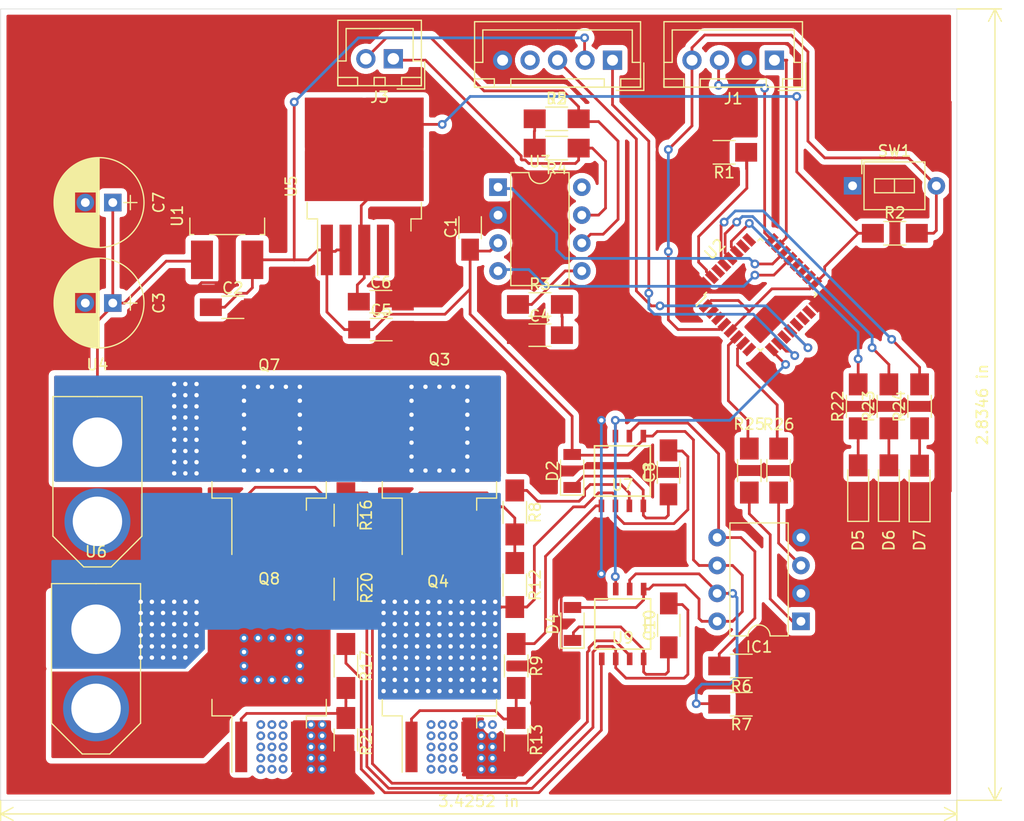
<source format=kicad_pcb>
(kicad_pcb (version 20171130) (host pcbnew "(5.1.2)-2")
  (layers (0 F.Cu signal) (31 B.Cu signal) (34 B.Paste user) (35 F.Paste user) (36 B.SilkS user hide) (37 F.SilkS user) (38 B.Mask user) (39 F.Mask user) (44 Edge.Cuts user))
  (net 0 "")
  (net 1 GND)
  (net 2 +5V)
  (net 3 "Net-(C4-Pad2)")
  (net 4 +3V3)
  (net 5 M_HIGHSIDE1)
  (net 6 "Net-(C8-Pad1)")
  (net 7 M_LOWSIDE1)
  (net 8 "Net-(C10-Pad1)")
  (net 9 "Net-(D5-Pad2)")
  (net 10 "Net-(D6-Pad2)")
  (net 11 "Net-(D7-Pad2)")
  (net 12 pwm_5v_out_1)
  (net 13 "Net-(IC1-Pad3)")
  (net 14 pwm_5v_out_2)
  (net 15 "Net-(IC1-Pad1)")
  (net 16 NRST)
  (net 17 SWCLK)
  (net 18 B_1)
  (net 19 A_1)
  (net 20 CANL)
  (net 21 CANH)
  (net 22 VDD)
  (net 23 "Net-(Q3-Pad1)")
  (net 24 "Net-(Q4-Pad1)")
  (net 25 "Net-(Q7-Pad1)")
  (net 26 "Net-(Q8-Pad1)")
  (net 27 "Net-(R1-Pad1)")
  (net 28 "Net-(R3-Pad1)")
  (net 29 "Net-(R4-Pad2)")
  (net 30 "Net-(R8-Pad1)")
  (net 31 "Net-(R9-Pad1)")
  (net 32 "Net-(R16-Pad1)")
  (net 33 "Net-(R17-Pad1)")
  (net 34 "Net-(R22-Pad2)")
  (net 35 "Net-(R24-Pad2)")
  (net 36 pwm1)
  (net 37 pwm2)
  (net 38 TXD)
  (net 39 RXD)
  (net 40 SD)
  (net 41 "Net-(R23-Pad2)")
  (net 42 SWDIO)
  (module SMD_Packages:SOIC-8-N (layer F.Cu) (at 138.5697 127.0381 180)
    (fp_text reference U7 (at 0 -1.27 180) (layer F.SilkS))
    (fp_text value IR2104)
    (pad 1 smd rect (at -1.905 3.175 180) (size 0.508 1.143) (layers F.Cu F.Paste F.Mask) (net 2 +5V))
    (pad 2 smd rect (at -0.635 3.175 180) (size 0.508 1.143) (layers F.Cu F.Paste F.Mask) (net 12 pwm_5v_out_1))
    (pad 3 smd rect (at 0.635 3.175 180) (size 0.508 1.143) (layers F.Cu F.Paste F.Mask) (net 40 SD))
    (pad 4 smd rect (at 1.905 3.175 180) (size 0.508 1.143) (layers F.Cu F.Paste F.Mask) (net 1 GND))
    (pad 5 smd rect (at 1.905 -3.175 180) (size 0.508 1.143) (layers F.Cu F.Paste F.Mask) (net 31 "Net-(R9-Pad1)"))
    (pad 6 smd rect (at 0.635 -3.175 180) (size 0.508 1.143) (layers F.Cu F.Paste F.Mask) (net 5 M_HIGHSIDE1))
    (pad 7 smd rect (at -0.635 -3.175 180) (size 0.508 1.143) (layers F.Cu F.Paste F.Mask) (net 30 "Net-(R8-Pad1)"))
    (pad 8 smd rect (at -1.905 -3.175 180) (size 0.508 1.143) (layers F.Cu F.Paste F.Mask) (net 6 "Net-(C8-Pad1)"))
  )
  (module Capacitors_SMD:C_1206_HandSoldering (layer F.Cu) (at 142.7607 127.1651 90)
    (fp_text reference C8 (at 0 -1.75 90) (layer F.SilkS))
    (fp_text value 10u)
    (pad 2 smd rect (at 2 0 90) (size 2 1.6) (layers F.Cu F.Paste F.Mask) (net 5 M_HIGHSIDE1))
    (pad 1 smd rect (at -2 0 90) (size 2 1.6) (layers F.Cu F.Paste F.Mask) (net 6 "Net-(C8-Pad1)"))
  )
  (module Diodes_SMD:D_1206 (layer F.Cu) (at 133.9977 127.0381 90)
    (fp_text reference D2 (at 0 -1.8 90) (layer F.SilkS))
    (fp_text value 1N4148)
    (pad 2 smd rect (at 1.5 0 90) (size 1 1.6) (layers F.Cu F.Paste F.Mask) (net 2 +5V))
    (pad 1 smd rect (at -1.5 0 90) (size 1 1.6) (layers F.Cu F.Paste F.Mask) (net 6 "Net-(C8-Pad1)"))
  )
  (module Connectors_JST:JST_XH_B02B-XH-A_02x2.50mm_Straight (layer F.Cu) (at 117.729 89.535 180)
    (fp_text reference J3 (at 1.25 -3.5 180) (layer F.SilkS))
    (fp_text value Conn_01x02)
    (pad 2 thru_hole circle (at 2.5 0 180) (size 1.75 1.75) (drill 1.05) (layers *.Cu *.Mask) (net 20 CANL))
    (pad 1 thru_hole rect (at 0 0 180) (size 1.75 1.75) (drill 1.05) (layers *.Cu *.Mask) (net 21 CANH))
  )
  (module TO_SOT_Packages_SMD:TO-263-2 (layer F.Cu) (at 106.426 146.371 90)
    (fp_text reference Q8 (at 9.525 0 180) (layer F.SilkS))
    (fp_text value SKI03036)
    (pad 1 smd rect (at -5.775 -2.54 90) (size 4.6 1.1) (layers F.Cu F.Paste F.Mask) (net 26 "Net-(Q8-Pad1)"))
    (pad 3 smd rect (at -5.775 2.54 90) (size 4.6 1.1) (layers F.Cu F.Paste F.Mask) (net 1 GND))
    (pad 2 smd rect (at 3.375 0 90) (size 9.4 10.8) (layers F.Cu F.Mask) (net 7 M_LOWSIDE1))
    (pad 2 smd rect (at 5.8 2.775 90) (size 4.55 5.25) (layers F.Cu F.Paste) (net 7 M_LOWSIDE1))
    (pad 2 smd rect (at 0.95 -2.775 90) (size 4.55 5.25) (layers F.Cu F.Paste) (net 7 M_LOWSIDE1))
    (pad 2 smd rect (at 5.8 -2.775 90) (size 4.55 5.25) (layers F.Cu F.Paste) (net 7 M_LOWSIDE1))
    (pad 2 smd rect (at 0.95 2.775 90) (size 4.55 5.25) (layers F.Cu F.Paste) (net 7 M_LOWSIDE1))
  )
  (module TO_SOT_Packages_SMD:TO-263-2 (layer F.Cu) (at 106.426 126.559 90)
    (fp_text reference Q7 (at 9.144 0 180) (layer F.SilkS))
    (fp_text value SKI03036)
    (pad 2 smd rect (at 0.95 2.775 90) (size 4.55 5.25) (layers F.Cu F.Paste) (net 22 VDD))
    (pad 2 smd rect (at 5.8 -2.775 90) (size 4.55 5.25) (layers F.Cu F.Paste) (net 22 VDD))
    (pad 2 smd rect (at 0.95 -2.775 90) (size 4.55 5.25) (layers F.Cu F.Paste) (net 22 VDD))
    (pad 2 smd rect (at 5.8 2.775 90) (size 4.55 5.25) (layers F.Cu F.Paste) (net 22 VDD))
    (pad 2 smd rect (at 3.375 0 90) (size 9.4 10.8) (layers F.Cu F.Mask) (net 22 VDD))
    (pad 3 smd rect (at -5.775 2.54 90) (size 4.6 1.1) (layers F.Cu F.Paste F.Mask) (net 7 M_LOWSIDE1))
    (pad 1 smd rect (at -5.775 -2.54 90) (size 4.6 1.1) (layers F.Cu F.Paste F.Mask) (net 25 "Net-(Q7-Pad1)"))
  )
  (module TO_SOT_Packages_SMD:TO-263-2 (layer F.Cu) (at 121.92 126.559 90)
    (fp_text reference Q3 (at 9.652 0 180) (layer F.SilkS))
    (fp_text value SKI03036)
    (pad 1 smd rect (at -5.775 -2.54 90) (size 4.6 1.1) (layers F.Cu F.Paste F.Mask) (net 23 "Net-(Q3-Pad1)"))
    (pad 3 smd rect (at -5.775 2.54 90) (size 4.6 1.1) (layers F.Cu F.Paste F.Mask) (net 5 M_HIGHSIDE1))
    (pad 2 smd rect (at 3.375 0 90) (size 9.4 10.8) (layers F.Cu F.Mask) (net 22 VDD))
    (pad 2 smd rect (at 5.8 2.775 90) (size 4.55 5.25) (layers F.Cu F.Paste) (net 22 VDD))
    (pad 2 smd rect (at 0.95 -2.775 90) (size 4.55 5.25) (layers F.Cu F.Paste) (net 22 VDD))
    (pad 2 smd rect (at 5.8 -2.775 90) (size 4.55 5.25) (layers F.Cu F.Paste) (net 22 VDD))
    (pad 2 smd rect (at 0.95 2.775 90) (size 4.55 5.25) (layers F.Cu F.Paste) (net 22 VDD))
  )
  (module TO_SOT_Packages_SMD:TO-263-2 (layer F.Cu) (at 121.92 146.371 90)
    (fp_text reference Q4 (at 9.271 -0.127 180) (layer F.SilkS))
    (fp_text value SKI03036)
    (pad 2 smd rect (at 0.95 2.775 90) (size 4.55 5.25) (layers F.Cu F.Paste) (net 5 M_HIGHSIDE1))
    (pad 2 smd rect (at 5.8 -2.775 90) (size 4.55 5.25) (layers F.Cu F.Paste) (net 5 M_HIGHSIDE1))
    (pad 2 smd rect (at 0.95 -2.775 90) (size 4.55 5.25) (layers F.Cu F.Paste) (net 5 M_HIGHSIDE1))
    (pad 2 smd rect (at 5.8 2.775 90) (size 4.55 5.25) (layers F.Cu F.Paste) (net 5 M_HIGHSIDE1))
    (pad 2 smd rect (at 3.375 0 90) (size 9.4 10.8) (layers F.Cu F.Mask) (net 5 M_HIGHSIDE1))
    (pad 3 smd rect (at -5.775 2.54 90) (size 4.6 1.1) (layers F.Cu F.Paste F.Mask) (net 1 GND))
    (pad 1 smd rect (at -5.775 -2.54 90) (size 4.6 1.1) (layers F.Cu F.Paste F.Mask) (net 24 "Net-(Q4-Pad1)"))
  )
  (module mylib2:XT-60 (layer F.Cu) (at 90.678 137.287 180)
    (fp_text reference U6 (at 0 2.9) (layer F.SilkS))
    (fp_text value XT-60)
    (pad 2 thru_hole circle (at 0 -4.15 180) (size 6 6) (drill 4.5) (layers *.Cu *.Mask) (net 5 M_HIGHSIDE1))
    (pad 1 thru_hole circle (at 0 -11.35 180) (size 6 6) (drill 4.5) (layers *.Cu *.Mask) (net 7 M_LOWSIDE1))
  )
  (module mylib2:XT-60 (layer F.Cu) (at 90.805 120.269 180)
    (fp_text reference U4 (at 0 2.9) (layer F.SilkS))
    (fp_text value XT-60)
    (pad 2 thru_hole circle (at 0 -4.15 180) (size 6 6) (drill 4.5) (layers *.Cu *.Mask) (net 22 VDD))
    (pad 1 thru_hole circle (at 0 -11.35 180) (size 6 6) (drill 4.5) (layers *.Cu *.Mask) (net 1 GND))
  )
  (module Resistors_SMD:R_1206_HandSoldering (layer F.Cu) (at 113.411 144.78 270)
    (fp_text reference R17 (at 0 -1.85 270) (layer F.SilkS))
    (fp_text value 10)
    (pad 1 smd rect (at -2 0 270) (size 2 1.7) (layers F.Cu F.Paste F.Mask) (net 33 "Net-(R17-Pad1)"))
    (pad 2 smd rect (at 2 0 270) (size 2 1.7) (layers F.Cu F.Paste F.Mask) (net 26 "Net-(Q8-Pad1)"))
  )
  (module Capacitors_SMD:C_1206_HandSoldering (layer F.Cu) (at 124.714 104.902 90)
    (fp_text reference C1 (at 0 -1.75 90) (layer F.SilkS))
    (fp_text value 0.1uF)
    (pad 2 smd rect (at 2 0 90) (size 2 1.6) (layers F.Cu F.Paste F.Mask) (net 1 GND))
    (pad 1 smd rect (at -2 0 90) (size 2 1.6) (layers F.Cu F.Paste F.Mask) (net 2 +5V))
  )
  (module Capacitors_SMD:C_1206_HandSoldering (layer F.Cu) (at 103.124 112.141)
    (fp_text reference C2 (at 0 -1.75) (layer F.SilkS))
    (fp_text value 0.1u)
    (pad 2 smd rect (at 2 0) (size 2 1.6) (layers F.Cu F.Paste F.Mask) (net 1 GND))
    (pad 1 smd rect (at -2 0) (size 2 1.6) (layers F.Cu F.Paste F.Mask) (net 2 +5V))
  )
  (module Capacitors_SMD:C_1206_HandSoldering (layer F.Cu) (at 131.064 114.681)
    (fp_text reference C4 (at 0 -1.75) (layer F.SilkS))
    (fp_text value 4700pF)
    (pad 1 smd rect (at -2 0) (size 2 1.6) (layers F.Cu F.Paste F.Mask) (net 1 GND))
    (pad 2 smd rect (at 2 0) (size 2 1.6) (layers F.Cu F.Paste F.Mask) (net 3 "Net-(C4-Pad2)"))
  )
  (module Capacitors_SMD:C_1206_HandSoldering (layer F.Cu) (at 116.618 114.173)
    (fp_text reference C5 (at 0 -1.75) (layer F.SilkS))
    (fp_text value 0.33u)
    (pad 1 smd rect (at -2 0) (size 2 1.6) (layers F.Cu F.Paste F.Mask) (net 2 +5V))
    (pad 2 smd rect (at 2 0) (size 2 1.6) (layers F.Cu F.Paste F.Mask) (net 1 GND))
  )
  (module Capacitors_SMD:C_1206_HandSoldering (layer F.Cu) (at 116.586 111.633)
    (fp_text reference C6 (at 0 -1.75) (layer F.SilkS))
    (fp_text value 47u)
    (pad 2 smd rect (at 2 0) (size 2 1.6) (layers F.Cu F.Paste F.Mask) (net 1 GND))
    (pad 1 smd rect (at -2 0) (size 2 1.6) (layers F.Cu F.Paste F.Mask) (net 4 +3V3))
  )
  (module Capacitors_SMD:C_1206_HandSoldering (layer F.Cu) (at 142.7861 141.0843 90)
    (fp_text reference C10 (at 0 -1.75 90) (layer F.SilkS))
    (fp_text value 10u)
    (pad 1 smd rect (at -2 0 90) (size 2 1.6) (layers F.Cu F.Paste F.Mask) (net 8 "Net-(C10-Pad1)"))
    (pad 2 smd rect (at 2 0 90) (size 2 1.6) (layers F.Cu F.Paste F.Mask) (net 7 M_LOWSIDE1))
  )
  (module Diodes_SMD:D_1206 (layer F.Cu) (at 134.0231 140.9573 90)
    (fp_text reference D4 (at 0 -1.8 90) (layer F.SilkS))
    (fp_text value 1N4148)
    (pad 2 smd rect (at 1.5 0 90) (size 1 1.6) (layers F.Cu F.Paste F.Mask) (net 2 +5V))
    (pad 1 smd rect (at -1.5 0 90) (size 1 1.6) (layers F.Cu F.Paste F.Mask) (net 8 "Net-(C10-Pad1)"))
  )
  (module LEDs:LED_1206_HandSoldering (layer F.Cu) (at 160.02 128.524 90)
    (fp_text reference D5 (at -4.826 0 90) (layer F.SilkS))
    (fp_text value LED)
    (pad 2 smd rect (at 2 0 90) (size 2 1.7) (layers F.Cu F.Paste F.Mask) (net 9 "Net-(D5-Pad2)"))
    (pad 1 smd rect (at -2 0 90) (size 2 1.7) (layers F.Cu F.Paste F.Mask) (net 1 GND))
  )
  (module LEDs:LED_1206_HandSoldering (layer F.Cu) (at 162.814 128.524 90)
    (fp_text reference D6 (at -4.826 0 90) (layer F.SilkS))
    (fp_text value LED)
    (pad 2 smd rect (at 2 0 90) (size 2 1.7) (layers F.Cu F.Paste F.Mask) (net 10 "Net-(D6-Pad2)"))
    (pad 1 smd rect (at -2 0 90) (size 2 1.7) (layers F.Cu F.Paste F.Mask) (net 1 GND))
  )
  (module LEDs:LED_1206_HandSoldering (layer F.Cu) (at 165.608 128.556 90)
    (fp_text reference D7 (at -4.794 0 90) (layer F.SilkS))
    (fp_text value LED)
    (pad 1 smd rect (at -2 0 90) (size 2 1.7) (layers F.Cu F.Paste F.Mask) (net 1 GND))
    (pad 2 smd rect (at 2 0 90) (size 2 1.7) (layers F.Cu F.Paste F.Mask) (net 11 "Net-(D7-Pad2)"))
  )
  (module Housings_DIP:DIP-8_W7.62mm (layer F.Cu) (at 154.813 140.716 180)
    (fp_text reference IC1 (at 3.81 -2.33 180) (layer F.SilkS))
    (fp_text value TLP621-2)
    (pad 8 thru_hole oval (at 7.62 0 180) (size 1.6 1.6) (drill 0.8) (layers *.Cu *.Mask) (net 2 +5V))
    (pad 4 thru_hole oval (at 0 7.62 180) (size 1.6 1.6) (drill 0.8) (layers *.Cu *.Mask) (net 1 GND))
    (pad 7 thru_hole oval (at 7.62 2.54 180) (size 1.6 1.6) (drill 0.8) (layers *.Cu *.Mask) (net 14 pwm_5v_out_2))
    (pad 3 thru_hole oval (at 0 5.08 180) (size 1.6 1.6) (drill 0.8) (layers *.Cu *.Mask) (net 13 "Net-(IC1-Pad3)"))
    (pad 6 thru_hole oval (at 7.62 5.08 180) (size 1.6 1.6) (drill 0.8) (layers *.Cu *.Mask) (net 2 +5V))
    (pad 2 thru_hole oval (at 0 2.54 180) (size 1.6 1.6) (drill 0.8) (layers *.Cu *.Mask) (net 1 GND))
    (pad 5 thru_hole oval (at 7.62 7.62 180) (size 1.6 1.6) (drill 0.8) (layers *.Cu *.Mask) (net 12 pwm_5v_out_1))
    (pad 1 thru_hole rect (at 0 0 180) (size 1.6 1.6) (drill 0.8) (layers *.Cu *.Mask) (net 15 "Net-(IC1-Pad1)"))
  )
  (module Connectors_JST:JST_XH_B04B-XH-A_04x2.50mm_Straight (layer F.Cu) (at 152.4 89.662 180)
    (fp_text reference J1 (at 3.75 -3.5 180) (layer F.SilkS))
    (fp_text value Conn_01x04)
    (pad 4 thru_hole circle (at 7.5 0 180) (size 1.75 1.75) (drill 1) (layers *.Cu *.Mask) (net 16 NRST))
    (pad 3 thru_hole circle (at 5 0 180) (size 1.75 1.75) (drill 1) (layers *.Cu *.Mask) (net 42 SWDIO))
    (pad 2 thru_hole circle (at 2.5 0 180) (size 1.75 1.75) (drill 1) (layers *.Cu *.Mask) (net 1 GND))
    (pad 1 thru_hole rect (at 0 0 180) (size 1.75 1.75) (drill 1) (layers *.Cu *.Mask) (net 17 SWCLK))
  )
  (module Connectors_JST:JST_XH_B05B-XH-A_05x2.50mm_Straight (layer F.Cu) (at 137.668 89.662 180)
    (fp_text reference J2 (at 5 -3.5 180) (layer F.SilkS))
    (fp_text value Conn_01x05)
    (pad 1 thru_hole rect (at 0 0 180) (size 1.75 1.75) (drill 1) (layers *.Cu *.Mask) (net 18 B_1))
    (pad 2 thru_hole circle (at 2.5 0 180) (size 1.75 1.75) (drill 1) (layers *.Cu *.Mask) (net 2 +5V))
    (pad 3 thru_hole circle (at 5 0 180) (size 1.75 1.75) (drill 1) (layers *.Cu *.Mask) (net 19 A_1))
    (pad 4 thru_hole circle (at 7.5 0 180) (size 1.75 1.75) (drill 1) (layers *.Cu *.Mask))
    (pad 5 thru_hole circle (at 10 0 180) (size 1.75 1.75) (drill 1) (layers *.Cu *.Mask) (net 1 GND))
  )
  (module Resistors_SMD:R_1206_HandSoldering (layer F.Cu) (at 147.828 98.044 180)
    (fp_text reference R1 (at 0 -1.85 180) (layer F.SilkS))
    (fp_text value 10k)
    (pad 2 smd rect (at 2 0 180) (size 2 1.7) (layers F.Cu F.Paste F.Mask) (net 1 GND))
    (pad 1 smd rect (at -2 0 180) (size 2 1.7) (layers F.Cu F.Paste F.Mask) (net 27 "Net-(R1-Pad1)"))
  )
  (module Resistors_SMD:R_1206_HandSoldering (layer F.Cu) (at 163.354 105.41)
    (fp_text reference R2 (at 0 -1.85) (layer F.SilkS))
    (fp_text value 10k)
    (pad 2 smd rect (at 2 0) (size 2 1.7) (layers F.Cu F.Paste F.Mask) (net 16 NRST))
    (pad 1 smd rect (at -2 0) (size 2 1.7) (layers F.Cu F.Paste F.Mask) (net 4 +3V3))
  )
  (module Resistors_SMD:R_1206_HandSoldering (layer F.Cu) (at 131.064 111.887)
    (fp_text reference R3 (at 0 -1.85) (layer F.SilkS))
    (fp_text value 300)
    (pad 1 smd rect (at -2 0) (size 2 1.7) (layers F.Cu F.Paste F.Mask) (net 28 "Net-(R3-Pad1)"))
    (pad 2 smd rect (at 2 0) (size 2 1.7) (layers F.Cu F.Paste F.Mask) (net 3 "Net-(C4-Pad2)"))
  )
  (module Resistors_SMD:R_1206_HandSoldering (layer F.Cu) (at 132.588 97.663 180)
    (fp_text reference R4 (at 0 -1.85 180) (layer F.SilkS))
    (fp_text value 60)
    (pad 2 smd rect (at 2 0 180) (size 2 1.7) (layers F.Cu F.Paste F.Mask) (net 29 "Net-(R4-Pad2)"))
    (pad 1 smd rect (at -2 0 180) (size 2 1.7) (layers F.Cu F.Paste F.Mask) (net 21 CANH))
  )
  (module Resistors_SMD:R_1206_HandSoldering (layer F.Cu) (at 132.588 94.996)
    (fp_text reference R5 (at 0 -1.85) (layer F.SilkS))
    (fp_text value 60)
    (pad 2 smd rect (at 2 0) (size 2 1.7) (layers F.Cu F.Paste F.Mask) (net 20 CANL))
    (pad 1 smd rect (at -2 0) (size 2 1.7) (layers F.Cu F.Paste F.Mask) (net 29 "Net-(R4-Pad2)"))
  )
  (module Resistors_SMD:R_1206_HandSoldering (layer F.Cu) (at 128.778 130.81 270)
    (fp_text reference R8 (at 0 -1.85 270) (layer F.SilkS))
    (fp_text value 10)
    (pad 2 smd rect (at 2 0 270) (size 2 1.7) (layers F.Cu F.Paste F.Mask) (net 23 "Net-(Q3-Pad1)"))
    (pad 1 smd rect (at -2 0 270) (size 2 1.7) (layers F.Cu F.Paste F.Mask) (net 30 "Net-(R8-Pad1)"))
  )
  (module Resistors_SMD:R_1206_HandSoldering (layer F.Cu) (at 128.905 144.78 270)
    (fp_text reference R9 (at 0 -1.85 270) (layer F.SilkS))
    (fp_text value 10)
    (pad 1 smd rect (at -2 0 270) (size 2 1.7) (layers F.Cu F.Paste F.Mask) (net 31 "Net-(R9-Pad1)"))
    (pad 2 smd rect (at 2 0 270) (size 2 1.7) (layers F.Cu F.Paste F.Mask) (net 24 "Net-(Q4-Pad1)"))
  )
  (module Resistors_SMD:R_1206_HandSoldering (layer F.Cu) (at 128.778 137.414 270)
    (fp_text reference R12 (at 0 -1.85 270) (layer F.SilkS))
    (fp_text value 10k)
    (pad 1 smd rect (at -2 0 270) (size 2 1.7) (layers F.Cu F.Paste F.Mask) (net 23 "Net-(Q3-Pad1)"))
    (pad 2 smd rect (at 2 0 270) (size 2 1.7) (layers F.Cu F.Paste F.Mask) (net 5 M_HIGHSIDE1))
  )
  (module Resistors_SMD:R_1206_HandSoldering (layer F.Cu) (at 128.905 151.511 270)
    (fp_text reference R13 (at 0 -1.85 270) (layer F.SilkS))
    (fp_text value 10k)
    (pad 1 smd rect (at -2 0 270) (size 2 1.7) (layers F.Cu F.Paste F.Mask) (net 24 "Net-(Q4-Pad1)"))
    (pad 2 smd rect (at 2 0 270) (size 2 1.7) (layers F.Cu F.Paste F.Mask) (net 1 GND))
  )
  (module Resistors_SMD:R_1206_HandSoldering (layer F.Cu) (at 113.411 131.064 270)
    (fp_text reference R16 (at 0 -1.85 270) (layer F.SilkS))
    (fp_text value 10)
    (pad 2 smd rect (at 2 0 270) (size 2 1.7) (layers F.Cu F.Paste F.Mask) (net 25 "Net-(Q7-Pad1)"))
    (pad 1 smd rect (at -2 0 270) (size 2 1.7) (layers F.Cu F.Paste F.Mask) (net 32 "Net-(R16-Pad1)"))
  )
  (module Resistors_SMD:R_1206_HandSoldering (layer F.Cu) (at 113.411 137.795 270)
    (fp_text reference R20 (at -0.127 -1.905 270) (layer F.SilkS))
    (fp_text value 10k)
    (pad 2 smd rect (at 2 0 270) (size 2 1.7) (layers F.Cu F.Paste F.Mask) (net 7 M_LOWSIDE1))
    (pad 1 smd rect (at -2 0 270) (size 2 1.7) (layers F.Cu F.Paste F.Mask) (net 25 "Net-(Q7-Pad1)"))
  )
  (module Resistors_SMD:R_1206_HandSoldering (layer F.Cu) (at 113.411 151.511 270)
    (fp_text reference R21 (at 0 -1.85 270) (layer F.SilkS))
    (fp_text value 10k)
    (pad 1 smd rect (at -2 0 270) (size 2 1.7) (layers F.Cu F.Paste F.Mask) (net 26 "Net-(Q8-Pad1)"))
    (pad 2 smd rect (at 2 0 270) (size 2 1.7) (layers F.Cu F.Paste F.Mask) (net 1 GND))
  )
  (module Resistors_SMD:R_1206_HandSoldering (layer F.Cu) (at 160.02 121.158 90)
    (fp_text reference R22 (at 0 -1.85 90) (layer F.SilkS))
    (fp_text value 10k)
    (pad 1 smd rect (at -2 0 90) (size 2 1.7) (layers F.Cu F.Paste F.Mask) (net 9 "Net-(D5-Pad2)"))
    (pad 2 smd rect (at 2 0 90) (size 2 1.7) (layers F.Cu F.Paste F.Mask) (net 34 "Net-(R22-Pad2)"))
  )
  (module Resistors_SMD:R_1206_HandSoldering (layer F.Cu) (at 162.814 121.158 90)
    (fp_text reference R23 (at 0 -1.85 90) (layer F.SilkS))
    (fp_text value 10k)
    (pad 2 smd rect (at 2 0 90) (size 2 1.7) (layers F.Cu F.Paste F.Mask) (net 41 "Net-(R23-Pad2)"))
    (pad 1 smd rect (at -2 0 90) (size 2 1.7) (layers F.Cu F.Paste F.Mask) (net 10 "Net-(D6-Pad2)"))
  )
  (module Resistors_SMD:R_1206_HandSoldering (layer F.Cu) (at 165.608 121.158 90)
    (fp_text reference R24 (at 0 -1.85 90) (layer F.SilkS))
    (fp_text value 10k)
    (pad 1 smd rect (at -2 0 90) (size 2 1.7) (layers F.Cu F.Paste F.Mask) (net 11 "Net-(D7-Pad2)"))
    (pad 2 smd rect (at 2 0 90) (size 2 1.7) (layers F.Cu F.Paste F.Mask) (net 35 "Net-(R24-Pad2)"))
  )
  (module Resistors_SMD:R_1206_HandSoldering (layer F.Cu) (at 150.114 127 270)
    (fp_text reference R25 (at -4.223 0) (layer F.SilkS))
    (fp_text value 220)
    (pad 1 smd rect (at -2 0 270) (size 2 1.7) (layers F.Cu F.Paste F.Mask) (net 37 pwm2))
    (pad 2 smd rect (at 2 0 270) (size 2 1.7) (layers F.Cu F.Paste F.Mask) (net 15 "Net-(IC1-Pad1)"))
  )
  (module Resistors_SMD:R_1206_HandSoldering (layer F.Cu) (at 152.781 127 270)
    (fp_text reference R26 (at -4.191 0) (layer F.SilkS))
    (fp_text value 220)
    (pad 2 smd rect (at 2 0 270) (size 2 1.7) (layers F.Cu F.Paste F.Mask) (net 13 "Net-(IC1-Pad3)"))
    (pad 1 smd rect (at -2 0 270) (size 2 1.7) (layers F.Cu F.Paste F.Mask) (net 36 pwm1))
  )
  (module Buttons_Switches_THT:SW_DIP_x1_W7.62mm_Slide_LowProfile (layer F.Cu) (at 159.512 101.092)
    (fp_text reference SW1 (at 3.81 -3.17) (layer F.SilkS))
    (fp_text value SW_Push)
    (pad 2 thru_hole oval (at 7.62 0) (size 1.6 1.6) (drill 0.8) (layers *.Cu *.Mask) (net 16 NRST))
    (pad 1 thru_hole rect (at 0 0) (size 1.6 1.6) (drill 0.8) (layers *.Cu *.Mask) (net 1 GND))
  )
  (module TO_SOT_Packages_SMD:TO-252-2_Rectifier (layer F.Cu) (at 102.616 103.251 90)
    (fp_text reference U1 (at -0.575 -4.55 90) (layer F.SilkS))
    (fp_text value NJM7800S)
    (pad 2 smd rect (at 2.825 0) (size 7 7) (layers F.Cu F.Paste F.Mask) (net 1 GND))
    (pad 3 smd rect (at -4.575 2.28) (size 2 3.5) (layers F.Cu F.Paste F.Mask) (net 2 +5V))
    (pad 1 smd rect (at -4.575 -2.3) (size 2 3.5) (layers F.Cu F.Paste F.Mask) (net 22 VDD))
  )
  (module Housings_QFP:LQFP-32_7x7mm_Pitch0.8mm (layer F.Cu) (at 151.13 110.998 45)
    (fp_text reference U2 (at 0 -5.85 45) (layer F.SilkS))
    (fp_text value STM32F303K8Tx)
    (pad 32 smd rect (at -2.8 -4.25 135) (size 1.2 0.6) (layers F.Cu F.Paste F.Mask) (net 1 GND))
    (pad 31 smd rect (at -2 -4.25 135) (size 1.2 0.6) (layers F.Cu F.Paste F.Mask) (net 27 "Net-(R1-Pad1)"))
    (pad 30 smd rect (at -1.2 -4.25 135) (size 1.2 0.6) (layers F.Cu F.Paste F.Mask))
    (pad 29 smd rect (at -0.4 -4.25 135) (size 1.2 0.6) (layers F.Cu F.Paste F.Mask) (net 35 "Net-(R24-Pad2)"))
    (pad 28 smd rect (at 0.4 -4.25 135) (size 1.2 0.6) (layers F.Cu F.Paste F.Mask) (net 41 "Net-(R23-Pad2)"))
    (pad 27 smd rect (at 1.2 -4.25 135) (size 1.2 0.6) (layers F.Cu F.Paste F.Mask) (net 34 "Net-(R22-Pad2)"))
    (pad 26 smd rect (at 2 -4.25 135) (size 1.2 0.6) (layers F.Cu F.Paste F.Mask))
    (pad 25 smd rect (at 2.8 -4.25 135) (size 1.2 0.6) (layers F.Cu F.Paste F.Mask))
    (pad 24 smd rect (at 4.25 -2.8 45) (size 1.2 0.6) (layers F.Cu F.Paste F.Mask) (net 42 SWDIO))
    (pad 23 smd rect (at 4.25 -2 45) (size 1.2 0.6) (layers F.Cu F.Paste F.Mask) (net 17 SWCLK))
    (pad 22 smd rect (at 4.25 -1.2 45) (size 1.2 0.6) (layers F.Cu F.Paste F.Mask) (net 38 TXD))
    (pad 21 smd rect (at 4.25 -0.4 45) (size 1.2 0.6) (layers F.Cu F.Paste F.Mask) (net 39 RXD))
    (pad 20 smd rect (at 4.25 0.4 45) (size 1.2 0.6) (layers F.Cu F.Paste F.Mask))
    (pad 19 smd rect (at 4.25 1.2 45) (size 1.2 0.6) (layers F.Cu F.Paste F.Mask))
    (pad 18 smd rect (at 4.25 2 45) (size 1.2 0.6) (layers F.Cu F.Paste F.Mask))
    (pad 17 smd rect (at 4.25 2.8 45) (size 1.2 0.6) (layers F.Cu F.Paste F.Mask) (net 4 +3V3))
    (pad 16 smd rect (at 2.8 4.25 135) (size 1.2 0.6) (layers F.Cu F.Paste F.Mask) (net 1 GND))
    (pad 15 smd rect (at 2 4.25 135) (size 1.2 0.6) (layers F.Cu F.Paste F.Mask))
    (pad 14 smd rect (at 1.2 4.25 135) (size 1.2 0.6) (layers F.Cu F.Paste F.Mask))
    (pad 13 smd rect (at 0.4 4.25 135) (size 1.2 0.6) (layers F.Cu F.Paste F.Mask))
    (pad 12 smd rect (at -0.4 4.25 135) (size 1.2 0.6) (layers F.Cu F.Paste F.Mask) (net 19 A_1))
    (pad 11 smd rect (at -1.2 4.25 135) (size 1.2 0.6) (layers F.Cu F.Paste F.Mask))
    (pad 10 smd rect (at -2 4.25 135) (size 1.2 0.6) (layers F.Cu F.Paste F.Mask) (net 18 B_1))
    (pad 9 smd rect (at -2.8 4.25 135) (size 1.2 0.6) (layers F.Cu F.Paste F.Mask) (net 40 SD))
    (pad 8 smd rect (at -4.25 2.8 45) (size 1.2 0.6) (layers F.Cu F.Paste F.Mask))
    (pad 7 smd rect (at -4.25 2 45) (size 1.2 0.6) (layers F.Cu F.Paste F.Mask) (net 36 pwm1))
    (pad 6 smd rect (at -4.25 1.2 45) (size 1.2 0.6) (layers F.Cu F.Paste F.Mask) (net 37 pwm2))
    (pad 5 smd rect (at -4.25 0.4 45) (size 1.2 0.6) (layers F.Cu F.Paste F.Mask) (net 4 +3V3))
    (pad 4 smd rect (at -4.25 -0.4 45) (size 1.2 0.6) (layers F.Cu F.Paste F.Mask) (net 16 NRST))
    (pad 3 smd rect (at -4.25 -1.2 45) (size 1.2 0.6) (layers F.Cu F.Paste F.Mask))
    (pad 2 smd rect (at -4.25 -2 45) (size 1.2 0.6) (layers F.Cu F.Paste F.Mask))
    (pad 1 smd rect (at -4.25 -2.8 45) (size 1.2 0.6) (layers F.Cu F.Paste F.Mask) (net 4 +3V3))
  )
  (module Housings_DIP:DIP-8_W7.62mm (layer F.Cu) (at 127.254 101.219)
    (fp_text reference U3 (at 3.81 -2.33) (layer F.SilkS))
    (fp_text value MCP2561-E-P)
    (pad 1 thru_hole rect (at 0 0) (size 1.6 1.6) (drill 0.8) (layers *.Cu *.Mask) (net 38 TXD))
    (pad 5 thru_hole oval (at 7.62 7.62) (size 1.6 1.6) (drill 0.8) (layers *.Cu *.Mask) (net 28 "Net-(R3-Pad1)"))
    (pad 2 thru_hole oval (at 0 2.54) (size 1.6 1.6) (drill 0.8) (layers *.Cu *.Mask) (net 1 GND))
    (pad 6 thru_hole oval (at 7.62 5.08) (size 1.6 1.6) (drill 0.8) (layers *.Cu *.Mask) (net 20 CANL))
    (pad 3 thru_hole oval (at 0 5.08) (size 1.6 1.6) (drill 0.8) (layers *.Cu *.Mask) (net 2 +5V))
    (pad 7 thru_hole oval (at 7.62 2.54) (size 1.6 1.6) (drill 0.8) (layers *.Cu *.Mask) (net 21 CANH))
    (pad 4 thru_hole oval (at 0 7.62) (size 1.6 1.6) (drill 0.8) (layers *.Cu *.Mask) (net 39 RXD))
    (pad 8 thru_hole oval (at 7.62 0) (size 1.6 1.6) (drill 0.8) (layers *.Cu *.Mask))
  )
  (module TO_SOT_Packages_SMD:TO-263-5_TabPin6 (layer F.Cu) (at 115.081 101.153 90)
    (fp_text reference U5 (at 0 -6.65 90) (layer F.SilkS))
    (fp_text value PQ033EZ1HZ)
    (pad 6 smd rect (at 0.95 2.775 90) (size 4.55 5.25) (layers F.Cu F.Paste) (net 4 +3V3))
    (pad 6 smd rect (at 5.8 -2.775 90) (size 4.55 5.25) (layers F.Cu F.Paste) (net 4 +3V3))
    (pad 6 smd rect (at 0.95 -2.775 90) (size 4.55 5.25) (layers F.Cu F.Paste) (net 4 +3V3))
    (pad 6 smd rect (at 5.8 2.775 90) (size 4.55 5.25) (layers F.Cu F.Paste) (net 4 +3V3))
    (pad 6 smd rect (at 3.375 0 90) (size 9.4 10.8) (layers F.Cu F.Mask) (net 4 +3V3))
    (pad 5 smd rect (at -5.775 3.4 90) (size 4.6 1.1) (layers F.Cu F.Paste F.Mask) (net 1 GND))
    (pad 4 smd rect (at -5.775 1.7 90) (size 4.6 1.1) (layers F.Cu F.Paste F.Mask))
    (pad 3 smd rect (at -5.775 0 90) (size 4.6 1.1) (layers F.Cu F.Paste F.Mask) (net 4 +3V3))
    (pad 2 smd rect (at -5.775 -1.7 90) (size 4.6 1.1) (layers F.Cu F.Paste F.Mask) (net 2 +5V))
    (pad 1 smd rect (at -5.775 -3.4 90) (size 4.6 1.1) (layers F.Cu F.Paste F.Mask) (net 2 +5V))
  )
  (module SMD_Packages:SOIC-8-N (layer F.Cu) (at 138.5951 140.9573 180)
    (fp_text reference U9 (at 0 -1.27 180) (layer F.SilkS))
    (fp_text value IR2104)
    (pad 8 smd rect (at -1.905 -3.175 180) (size 0.508 1.143) (layers F.Cu F.Paste F.Mask) (net 8 "Net-(C10-Pad1)"))
    (pad 7 smd rect (at -0.635 -3.175 180) (size 0.508 1.143) (layers F.Cu F.Paste F.Mask) (net 32 "Net-(R16-Pad1)"))
    (pad 6 smd rect (at 0.635 -3.175 180) (size 0.508 1.143) (layers F.Cu F.Paste F.Mask) (net 7 M_LOWSIDE1))
    (pad 5 smd rect (at 1.905 -3.175 180) (size 0.508 1.143) (layers F.Cu F.Paste F.Mask) (net 33 "Net-(R17-Pad1)"))
    (pad 4 smd rect (at 1.905 3.175 180) (size 0.508 1.143) (layers F.Cu F.Paste F.Mask) (net 1 GND))
    (pad 3 smd rect (at 0.635 3.175 180) (size 0.508 1.143) (layers F.Cu F.Paste F.Mask) (net 40 SD))
    (pad 2 smd rect (at -0.635 3.175 180) (size 0.508 1.143) (layers F.Cu F.Paste F.Mask) (net 14 pwm_5v_out_2))
    (pad 1 smd rect (at -1.905 3.175 180) (size 0.508 1.143) (layers F.Cu F.Paste F.Mask) (net 2 +5V))
  )
  (module Capacitors_THT:CP_Radial_D8.0mm_P2.50mm (layer F.Cu) (at 92.202 111.76 180)
    (fp_text reference C3 (at -4.191 0 -90) (layer F.SilkS))
    (fp_text value CP)
    (pad 1 thru_hole rect (at 0 0 180) (size 1.6 1.6) (drill 0.8) (layers *.Cu *.Mask) (net 22 VDD))
    (pad 2 thru_hole circle (at 2.5 0 180) (size 1.6 1.6) (drill 0.8) (layers *.Cu *.Mask) (net 1 GND))
  )
  (module Capacitors_THT:CP_Radial_D8.0mm_P2.50mm (layer F.Cu) (at 92.202 102.616 180)
    (fp_text reference C7 (at -4.191 0 -90) (layer F.SilkS))
    (fp_text value CP)
    (pad 2 thru_hole circle (at 2.5 0 180) (size 1.6 1.6) (drill 0.8) (layers *.Cu *.Mask) (net 1 GND))
    (pad 1 thru_hole rect (at 0 0 180) (size 1.6 1.6) (drill 0.8) (layers *.Cu *.Mask) (net 22 VDD))
  )
  (module Resistors_SMD:R_1206_HandSoldering (layer F.Cu) (at 149.378999 144.78 180)
    (fp_text reference R6 (at 0 -1.85 180) (layer F.SilkS))
    (fp_text value 10k)
    (pad 1 smd rect (at -2 0 180) (size 2 1.7) (layers F.Cu F.Paste F.Mask) (net 1 GND))
    (pad 2 smd rect (at 2 0 180) (size 2 1.7) (layers F.Cu F.Paste F.Mask) (net 12 pwm_5v_out_1))
  )
  (module Resistors_SMD:R_1206_HandSoldering (layer F.Cu) (at 149.378999 148.258999 180)
    (fp_text reference R7 (at 0 -1.85 180) (layer F.SilkS))
    (fp_text value 10k)
    (pad 2 smd rect (at 2 0 180) (size 2 1.7) (layers F.Cu F.Paste F.Mask) (net 14 pwm_5v_out_2))
    (pad 1 smd rect (at -2 0 180) (size 2 1.7) (layers F.Cu F.Paste F.Mask) (net 1 GND))
  )
  (dimension 72 (width 0.12) (layer F.SilkS) (gr_text "72.000 mm" (at 173.736 121 90) (layer F.SilkS) (effects (font (size 1 1) (thickness 0.15)))) (feature1 (pts (xy 169 85) (xy 173.052421 85))) (feature2 (pts (xy 169 157) (xy 173.052421 157))) (crossbar (pts (xy 172.466 157) (xy 172.466 85))) (arrow1a (pts (xy 172.466 85) (xy 173.052421 86.126504))) (arrow1b (pts (xy 172.466 85) (xy 171.879579 86.126504))) (arrow2a (pts (xy 172.466 157) (xy 173.052421 155.873496))) (arrow2b (pts (xy 172.466 157) (xy 171.879579 155.873496))))
  (dimension 87 (width 0.12) (layer F.SilkS) (gr_text "87.000 mm" (at 125.5 159.512) (layer F.SilkS) (effects (font (size 1 1) (thickness 0.15)))) (feature1 (pts (xy 169 157) (xy 169 158.828421))) (feature2 (pts (xy 82 157) (xy 82 158.828421))) (crossbar (pts (xy 82 158.242) (xy 169 158.242))) (arrow1a (pts (xy 169 158.242) (xy 167.873496 158.828421))) (arrow1b (pts (xy 169 158.242) (xy 167.873496 157.655579))) (arrow2a (pts (xy 82 158.242) (xy 83.126504 158.828421))) (arrow2b (pts (xy 82 158.242) (xy 83.126504 157.655579))))
  (gr_line (start 169 157) (end 82 157) (layer Edge.Cuts) (width 0.05))
  (gr_line (start 82 85) (end 82 157) (layer Edge.Cuts) (width 0.05))
  (gr_line (start 169 85) (end 82 85) (layer Edge.Cuts) (width 0.05))
  (gr_line (start 169 157) (end 169 85) (layer Edge.Cuts) (width 0.05))
  (via (at 123.19 150.114) (size 0.8) (drill 0.4) (layers F.Cu B.Cu) (net 0))
  (via (at 123.19 151.13) (size 0.8) (drill 0.4) (layers F.Cu B.Cu) (net 0))
  (via (at 123.19 152.146) (size 0.8) (drill 0.4) (layers F.Cu B.Cu) (net 0))
  (via (at 123.19 153.162) (size 0.8) (drill 0.4) (layers F.Cu B.Cu) (net 0))
  (via (at 123.19 154.178) (size 0.8) (drill 0.4) (layers F.Cu B.Cu) (net 0))
  (via (at 122.174 154.178) (size 0.8) (drill 0.4) (layers F.Cu B.Cu) (net 0))
  (via (at 122.174 152.146) (size 0.8) (drill 0.4) (layers F.Cu B.Cu) (net 0))
  (via (at 122.174 153.162) (size 0.8) (drill 0.4) (layers F.Cu B.Cu) (net 0))
  (via (at 122.174 151.13) (size 0.8) (drill 0.4) (layers F.Cu B.Cu) (net 0))
  (via (at 122.174 150.114) (size 0.8) (drill 0.4) (layers F.Cu B.Cu) (net 0))
  (via (at 121.158 154.178) (size 0.8) (drill 0.4) (layers F.Cu B.Cu) (net 0))
  (via (at 121.158 152.146) (size 0.8) (drill 0.4) (layers F.Cu B.Cu) (net 0))
  (via (at 121.158 153.162) (size 0.8) (drill 0.4) (layers F.Cu B.Cu) (net 0))
  (via (at 121.158 151.13) (size 0.8) (drill 0.4) (layers F.Cu B.Cu) (net 0))
  (via (at 121.158 150.114) (size 0.8) (drill 0.4) (layers F.Cu B.Cu) (net 0))
  (via (at 107.696 154.178) (size 0.8) (drill 0.4) (layers F.Cu B.Cu) (net 0))
  (via (at 107.696 152.146) (size 0.8) (drill 0.4) (layers F.Cu B.Cu) (net 0))
  (via (at 107.696 153.162) (size 0.8) (drill 0.4) (layers F.Cu B.Cu) (net 0))
  (via (at 107.696 151.13) (size 0.8) (drill 0.4) (layers F.Cu B.Cu) (net 0))
  (via (at 107.696 150.114) (size 0.8) (drill 0.4) (layers F.Cu B.Cu) (net 0))
  (via (at 106.68 154.178) (size 0.8) (drill 0.4) (layers F.Cu B.Cu) (net 0))
  (via (at 106.68 152.146) (size 0.8) (drill 0.4) (layers F.Cu B.Cu) (net 0))
  (via (at 106.68 153.162) (size 0.8) (drill 0.4) (layers F.Cu B.Cu) (net 0))
  (via (at 106.68 151.13) (size 0.8) (drill 0.4) (layers F.Cu B.Cu) (net 0))
  (via (at 106.68 150.114) (size 0.8) (drill 0.4) (layers F.Cu B.Cu) (net 0))
  (via (at 105.664 154.178) (size 0.8) (drill 0.4) (layers F.Cu B.Cu) (net 0))
  (via (at 105.664 152.146) (size 0.8) (drill 0.4) (layers F.Cu B.Cu) (net 0))
  (via (at 105.664 153.162) (size 0.8) (drill 0.4) (layers F.Cu B.Cu) (net 0))
  (via (at 105.664 151.13) (size 0.8) (drill 0.4) (layers F.Cu B.Cu) (net 0))
  (via (at 105.664 150.114) (size 0.8) (drill 0.4) (layers F.Cu B.Cu) (net 0))
  (via (at 126.746 150.114) (size 0.8) (drill 0.4) (layers F.Cu B.Cu) (net 0))
  (segment (start 119.634 107.061) (end 118.364 107.061) (width 0.25) (layer F.Cu) (net 1))
  (segment (start 118.364 107.061) (end 118.364 107.315) (width 0.25) (layer F.Cu) (net 1))
  (segment (start 118.586 111.633) (end 118.586 107.283) (width 0.25) (layer F.Cu) (net 1))
  (segment (start 118.586 107.283) (end 118.364 107.061) (width 0.25) (layer F.Cu) (net 1))
  (segment (start 106.374 112.141) (end 110.692 116.459) (width 0.25) (layer F.Cu) (net 1))
  (segment (start 105.124 112.141) (end 106.374 112.141) (width 0.25) (layer F.Cu) (net 1))
  (segment (start 110.692 116.459) (end 118.11 116.459) (width 0.25) (layer F.Cu) (net 1))
  (segment (start 118.11 116.459) (end 118.618 115.951) (width 0.25) (layer F.Cu) (net 1))
  (segment (start 118.618 115.951) (end 118.618 114.427) (width 0.25) (layer F.Cu) (net 1))
  (segment (start 105.124 113.191) (end 104.396 113.919) (width 0.25) (layer F.Cu) (net 1))
  (segment (start 105.124 112.141) (end 105.124 113.191) (width 0.25) (layer F.Cu) (net 1))
  (segment (start 104.396 113.919) (end 99.568 113.919) (width 0.25) (layer F.Cu) (net 1))
  (segment (start 99.568 113.919) (end 99.06 113.411) (width 0.25) (layer F.Cu) (net 1))
  (segment (start 99.06 113.411) (end 99.06 111.125) (width 0.25) (layer F.Cu) (net 1))
  (segment (start 100.283999 109.901001) (end 102.061999 109.901001) (width 0.25) (layer F.Cu) (net 1))
  (segment (start 99.06 111.125) (end 100.283999 109.901001) (width 0.25) (layer F.Cu) (net 1))
  (segment (start 102.061999 109.901001) (end 102.616 109.347) (width 0.25) (layer F.Cu) (net 1))
  (segment (start 102.616 109.347) (end 102.616 100.711) (width 0.25) (layer F.Cu) (net 1))
  (segment (start 165.608 130.556) (end 164.508 130.556) (width 0.25) (layer F.Cu) (net 1))
  (segment (start 164.508 130.556) (end 162.814 130.556) (width 0.25) (layer F.Cu) (net 1))
  (segment (start 162.814 130.556) (end 160.02 130.556) (width 0.25) (layer F.Cu) (net 1))
  (segment (start 149.9 92.760998) (end 149.742999 92.917999) (width 0.25) (layer F.Cu) (net 1))
  (segment (start 149.9 89.662) (end 149.9 92.760998) (width 0.25) (layer F.Cu) (net 1))
  (segment (start 145.796 99.568) (end 144.489001 100.874999) (width 0.25) (layer F.Cu) (net 1))
  (segment (start 149.742999 93.081001) (end 145.796 97.028) (width 0.25) (layer F.Cu) (net 1))
  (segment (start 149.742999 92.917999) (end 149.742999 93.081001) (width 0.25) (layer F.Cu) (net 1))
  (segment (start 145.796 97.028) (end 145.796 99.568) (width 0.25) (layer F.Cu) (net 1))
  (segment (start 144.489001 108.316799) (end 145.649923 109.477721) (width 0.25) (layer F.Cu) (net 1))
  (segment (start 145.649923 109.477721) (end 146.144897 109.972695) (width 0.25) (layer F.Cu) (net 1))
  (segment (start 144.489001 100.874999) (end 144.489001 108.316799) (width 0.25) (layer F.Cu) (net 1))
  (segment (start 126.746 103.759) (end 127.254 103.759) (width 0.25) (layer F.Cu) (net 1))
  (segment (start 126.016 103.029) (end 126.746 103.759) (width 0.25) (layer F.Cu) (net 1))
  (segment (start 124.714 103.029) (end 126.016 103.029) (width 0.25) (layer F.Cu) (net 1))
  (segment (start 156.610077 112.518279) (end 156.610077 129.178077) (width 0.25) (layer F.Cu) (net 1))
  (segment (start 156.115103 112.023305) (end 156.610077 112.518279) (width 0.25) (layer F.Cu) (net 1))
  (segment (start 156.610077 129.178077) (end 157.988 130.556) (width 0.25) (layer F.Cu) (net 1))
  (segment (start 157.988 130.556) (end 160.02 130.556) (width 0.25) (layer F.Cu) (net 1))
  (segment (start 149.896002 89.662) (end 149.86 89.662) (width 0.25) (layer B.Cu) (net 1))
  (segment (start 161.544 101.092) (end 159.512 101.092) (width 0.25) (layer F.Cu) (net 1))
  (segment (start 163.322 102.87) (end 161.544 101.092) (width 0.25) (layer F.Cu) (net 1))
  (segment (start 163.322 106.426) (end 163.322 102.87) (width 0.25) (layer F.Cu) (net 1))
  (segment (start 162.814 106.934) (end 163.322 106.426) (width 0.25) (layer F.Cu) (net 1))
  (segment (start 156.115103 112.023305) (end 161.204408 106.934) (width 0.25) (layer F.Cu) (net 1))
  (segment (start 161.204408 106.934) (end 162.814 106.934) (width 0.25) (layer F.Cu) (net 1))
  (segment (start 121.92 103.124) (end 124.714 103.124) (width 0.25) (layer F.Cu) (net 1))
  (segment (start 119.634 107.061) (end 119.634 105.41) (width 0.25) (layer F.Cu) (net 1))
  (segment (start 119.634 105.41) (end 121.92 103.124) (width 0.25) (layer F.Cu) (net 1))
  (segment (start 124.714 102.902) (end 124.714 95.25) (width 0.25) (layer F.Cu) (net 1))
  (segment (start 124.714 95.25) (end 121.412 91.948) (width 0.25) (layer F.Cu) (net 1))
  (segment (start 121.412 91.948) (end 108.966 91.948) (width 0.25) (layer F.Cu) (net 1))
  (segment (start 108.966 91.948) (end 104.394 91.948) (width 0.25) (layer F.Cu) (net 1))
  (segment (start 104.394 91.948) (end 102.616 93.726) (width 0.25) (layer F.Cu) (net 1))
  (segment (start 102.616 93.726) (end 102.616 100.076) (width 0.25) (layer F.Cu) (net 1))
  (segment (start 104.394 91.948) (end 104.394 88.9) (width 0.25) (layer F.Cu) (net 1))
  (segment (start 104.394 88.9) (end 106.68 86.614) (width 0.25) (layer F.Cu) (net 1))
  (segment (start 106.68 86.614) (end 125.984 86.614) (width 0.25) (layer F.Cu) (net 1))
  (segment (start 125.984 86.614) (end 127.762 88.392) (width 0.25) (layer F.Cu) (net 1))
  (segment (start 127.762 88.392) (end 127.762 89.662) (width 0.25) (layer F.Cu) (net 1))
  (segment (start 143.800999 100.874999) (end 144.489001 100.874999) (width 0.25) (layer F.Cu) (net 1))
  (segment (start 141.732 98.806) (end 143.800999 100.874999) (width 0.25) (layer F.Cu) (net 1))
  (segment (start 141.732 87.884) (end 141.732 98.806) (width 0.25) (layer F.Cu) (net 1))
  (segment (start 125.984 86.614) (end 140.462 86.614) (width 0.25) (layer F.Cu) (net 1))
  (segment (start 140.462 86.614) (end 141.732 87.884) (width 0.25) (layer F.Cu) (net 1))
  (segment (start 156.247999 132.296001) (end 157.988 130.556) (width 0.25) (layer F.Cu) (net 1))
  (segment (start 155.612999 132.296001) (end 156.247999 132.296001) (width 0.25) (layer F.Cu) (net 1))
  (segment (start 154.813 133.096) (end 155.612999 132.296001) (width 0.25) (layer F.Cu) (net 1))
  (segment (start 156.247999 137.872371) (end 156.247999 132.296001) (width 0.25) (layer F.Cu) (net 1))
  (segment (start 155.94437 138.176) (end 156.247999 137.872371) (width 0.25) (layer F.Cu) (net 1))
  (segment (start 154.813 138.176) (end 155.94437 138.176) (width 0.25) (layer F.Cu) (net 1))
  (segment (start 86.56236 131.486) (end 84.582 133.46636) (width 0.25) (layer F.Cu) (net 1))
  (segment (start 90.805 131.486) (end 86.56236 131.486) (width 0.25) (layer F.Cu) (net 1))
  (segment (start 84.582 133.46636) (end 84.582 153.416) (width 0.25) (layer F.Cu) (net 1))
  (segment (start 84.582 153.416) (end 87.122 155.956) (width 0.25) (layer F.Cu) (net 1))
  (segment (start 87.122 155.956) (end 107.95 155.956) (width 0.25) (layer F.Cu) (net 1))
  (segment (start 107.95 155.956) (end 108.966 154.94) (width 0.25) (layer F.Cu) (net 1))
  (segment (start 108.966 154.94) (end 108.966 152.654) (width 0.25) (layer F.Cu) (net 1))
  (via (at 136.652 136.398) (size 0.8) (drill 0.4) (layers F.Cu B.Cu) (net 1))
  (segment (start 136.6901 137.7823) (end 136.6901 136.4361) (width 0.25) (layer F.Cu) (net 1))
  (segment (start 136.6901 136.4361) (end 136.652 136.398) (width 0.25) (layer F.Cu) (net 1))
  (via (at 136.652 122.428) (size 0.8) (drill 0.4) (layers F.Cu B.Cu) (net 1))
  (segment (start 136.652 136.398) (end 136.652 122.428) (width 0.25) (layer B.Cu) (net 1))
  (segment (start 136.652 122.428) (end 136.652 123.952) (width 0.25) (layer F.Cu) (net 1))
  (segment (start 136.652 122.428) (end 135.636 122.428) (width 0.25) (layer F.Cu) (net 1))
  (segment (start 135.636 122.428) (end 129.032 115.824) (width 0.25) (layer F.Cu) (net 1))
  (segment (start 129.032 115.824) (end 129.032 114.808) (width 0.25) (layer F.Cu) (net 1))
  (segment (start 89.702 111.76) (end 89.702 102.656) (width 0.25) (layer F.Cu) (net 1))
  (segment (start 89.702 102.656) (end 89.662 102.616) (width 0.25) (layer F.Cu) (net 1))
  (segment (start 89.702 102.616) (end 91.48 100.838) (width 0.25) (layer F.Cu) (net 1))
  (segment (start 91.48 100.838) (end 102.616 100.838) (width 0.25) (layer F.Cu) (net 1))
  (segment (start 161.544 86.614) (end 140.462 86.614) (width 0.25) (layer F.Cu) (net 1))
  (segment (start 168.402 93.472) (end 161.544 86.614) (width 0.25) (layer F.Cu) (net 1))
  (segment (start 168.402 128.862) (end 168.402 93.472) (width 0.25) (layer F.Cu) (net 1))
  (segment (start 165.608 130.556) (end 166.708 130.556) (width 0.25) (layer F.Cu) (net 1))
  (segment (start 166.708 130.556) (end 168.402 128.862) (width 0.25) (layer F.Cu) (net 1))
  (segment (start 84.582 133.46636) (end 84.582 116.84) (width 0.25) (layer F.Cu) (net 1))
  (segment (start 84.582 116.84) (end 89.662 111.76) (width 0.25) (layer F.Cu) (net 1))
  (segment (start 108.966 152.146) (end 108.966 154.94) (width 0.25) (layer F.Cu) (net 1))
  (segment (start 113.538 154.686) (end 113.538 153.416) (width 0.25) (layer F.Cu) (net 1))
  (segment (start 108.966 154.94) (end 113.284 154.94) (width 0.25) (layer F.Cu) (net 1))
  (segment (start 113.284 154.94) (end 113.538 154.686) (width 0.25) (layer F.Cu) (net 1))
  (via (at 125.73 153.162) (size 0.8) (drill 0.4) (layers F.Cu B.Cu) (net 1))
  (via (at 126.746 153.162) (size 0.8) (drill 0.4) (layers F.Cu B.Cu) (net 1))
  (via (at 126.746 152.146) (size 0.8) (drill 0.4) (layers F.Cu B.Cu) (net 1))
  (via (at 125.73 152.146) (size 0.8) (drill 0.4) (layers F.Cu B.Cu) (net 1))
  (via (at 125.73 151.13) (size 0.8) (drill 0.4) (layers F.Cu B.Cu) (net 1))
  (via (at 126.746 151.13) (size 0.8) (drill 0.4) (layers F.Cu B.Cu) (net 1))
  (via (at 125.73 150.114) (size 0.8) (drill 0.4) (layers F.Cu B.Cu) (net 1))
  (segment (start 133.7437 137.7823) (end 136.6901 137.7823) (width 0.25) (layer F.Cu) (net 1))
  (segment (start 132.998099 138.527901) (end 133.7437 137.7823) (width 0.25) (layer F.Cu) (net 1))
  (segment (start 132.998099 150.719901) (end 132.998099 138.527901) (width 0.25) (layer F.Cu) (net 1))
  (segment (start 128.778 154.94) (end 132.998099 150.719901) (width 0.25) (layer F.Cu) (net 1))
  (segment (start 124.46 152.146) (end 124.46 154.94) (width 0.25) (layer F.Cu) (net 1))
  (segment (start 124.46 154.94) (end 128.778 154.94) (width 0.25) (layer F.Cu) (net 1))
  (via (at 125.73 154.178) (size 0.8) (drill 0.4) (layers F.Cu B.Cu) (net 1))
  (via (at 126.746 154.178) (size 0.8) (drill 0.4) (layers F.Cu B.Cu) (net 1))
  (via (at 110.236 154.178) (size 0.8) (drill 0.4) (layers F.Cu B.Cu) (net 1))
  (via (at 110.236 153.162) (size 0.8) (drill 0.4) (layers F.Cu B.Cu) (net 1))
  (via (at 110.236 152.146) (size 0.8) (drill 0.4) (layers F.Cu B.Cu) (net 1))
  (via (at 111.252 152.146) (size 0.8) (drill 0.4) (layers F.Cu B.Cu) (net 1))
  (via (at 111.252 151.13) (size 0.8) (drill 0.4) (layers F.Cu B.Cu) (net 1))
  (via (at 110.236 151.13) (size 0.8) (drill 0.4) (layers F.Cu B.Cu) (net 1))
  (via (at 110.236 150.114) (size 0.8) (drill 0.4) (layers F.Cu B.Cu) (net 1))
  (via (at 111.252 150.114) (size 0.8) (drill 0.4) (layers F.Cu B.Cu) (net 1))
  (via (at 111.252 153.162) (size 0.8) (drill 0.4) (layers F.Cu B.Cu) (net 1))
  (via (at 111.252 154.178) (size 0.8) (drill 0.4) (layers F.Cu B.Cu) (net 1))
  (segment (start 151.378999 148.258999) (end 151.378999 144.78) (width 0.25) (layer F.Cu) (net 1))
  (segment (start 156.247999 139.281001) (end 156.247999 137.872371) (width 0.25) (layer F.Cu) (net 1))
  (segment (start 156.247999 146.901001) (end 156.247999 139.281001) (width 0.25) (layer F.Cu) (net 1))
  (segment (start 155.067 148.082) (end 156.247999 146.901001) (width 0.25) (layer F.Cu) (net 1))
  (segment (start 151.705998 148.082) (end 155.067 148.082) (width 0.25) (layer F.Cu) (net 1))
  (segment (start 151.378999 148.258999) (end 151.528999 148.258999) (width 0.25) (layer F.Cu) (net 1))
  (segment (start 151.528999 148.258999) (end 151.705998 148.082) (width 0.25) (layer F.Cu) (net 1))
  (segment (start 126.524 107.029) (end 127.254 106.299) (width 0.25) (layer F.Cu) (net 2))
  (segment (start 104.896 107.826) (end 108.709 107.826) (width 0.25) (layer F.Cu) (net 2))
  (segment (start 111.681 106.928) (end 111.681 112.57) (width 0.25) (layer F.Cu) (net 2))
  (segment (start 111.681 112.57) (end 113.284 114.173) (width 0.25) (layer F.Cu) (net 2))
  (segment (start 113.284 114.173) (end 114.554 114.173) (width 0.25) (layer F.Cu) (net 2))
  (segment (start 104.902 110.363) (end 104.902 108.331) (width 0.25) (layer F.Cu) (net 2))
  (segment (start 104.394 110.871) (end 104.902 110.363) (width 0.25) (layer F.Cu) (net 2))
  (segment (start 103.632 110.871) (end 104.394 110.871) (width 0.25) (layer F.Cu) (net 2))
  (segment (start 103.632 110.883) (end 103.632 110.871) (width 0.25) (layer F.Cu) (net 2))
  (segment (start 101.124 112.141) (end 102.374 112.141) (width 0.25) (layer F.Cu) (net 2))
  (segment (start 102.374 112.141) (end 103.632 110.883) (width 0.25) (layer F.Cu) (net 2))
  (segment (start 112.581 106.928) (end 112.448 107.061) (width 0.25) (layer F.Cu) (net 2))
  (segment (start 113.381 106.928) (end 112.581 106.928) (width 0.25) (layer F.Cu) (net 2))
  (segment (start 112.448 107.061) (end 111.506 107.061) (width 0.25) (layer F.Cu) (net 2))
  (segment (start 109.983 107.826) (end 108.709 107.826) (width 0.25) (layer F.Cu) (net 2))
  (segment (start 110.881 106.928) (end 109.983 107.826) (width 0.25) (layer F.Cu) (net 2))
  (segment (start 111.681 106.928) (end 110.881 106.928) (width 0.25) (layer F.Cu) (net 2))
  (segment (start 140.5001 138.7729) (end 140.5001 137.7823) (width 0.25) (layer F.Cu) (net 2))
  (segment (start 134.0231 139.4573) (end 139.8157 139.4573) (width 0.25) (layer F.Cu) (net 2))
  (segment (start 139.8157 139.4573) (end 140.5001 138.7729) (width 0.25) (layer F.Cu) (net 2))
  (segment (start 124.714 107.029) (end 126.524 107.029) (width 0.25) (layer F.Cu) (net 2))
  (segment (start 124.714 110.49) (end 124.714 107.188) (width 0.25) (layer F.Cu) (net 2))
  (segment (start 122.428 112.776) (end 124.714 110.49) (width 0.25) (layer F.Cu) (net 2))
  (segment (start 117.265 112.776) (end 122.428 112.776) (width 0.25) (layer F.Cu) (net 2))
  (segment (start 114.618 114.173) (end 115.868 114.173) (width 0.25) (layer F.Cu) (net 2))
  (segment (start 115.868 114.173) (end 117.265 112.776) (width 0.25) (layer F.Cu) (net 2))
  (segment (start 134.112 125.476) (end 134.111996 125.476004) (width 0.25) (layer F.Cu) (net 2))
  (segment (start 139.0523 125.603) (end 133.985 125.603) (width 0.25) (layer F.Cu) (net 2))
  (segment (start 140.4747 123.8631) (end 140.4747 124.1806) (width 0.25) (layer F.Cu) (net 2))
  (segment (start 140.4747 124.1806) (end 139.0523 125.603) (width 0.25) (layer F.Cu) (net 2))
  (segment (start 141.0041 137.7823) (end 141.3724 137.414) (width 0.25) (layer F.Cu) (net 2))
  (segment (start 140.5001 137.7823) (end 141.0041 137.7823) (width 0.25) (layer F.Cu) (net 2))
  (segment (start 141.3724 137.414) (end 144.272 137.414) (width 0.25) (layer F.Cu) (net 2))
  (segment (start 144.272 137.414) (end 145.542 138.684) (width 0.25) (layer F.Cu) (net 2))
  (segment (start 145.542 138.684) (end 145.542 140.462) (width 0.25) (layer F.Cu) (net 2))
  (segment (start 145.542 140.462) (end 145.796 140.716) (width 0.25) (layer F.Cu) (net 2))
  (segment (start 145.796 140.716) (end 147.066 140.716) (width 0.25) (layer F.Cu) (net 2))
  (segment (start 141.3129 123.8631) (end 141.732 123.444) (width 0.25) (layer F.Cu) (net 2))
  (segment (start 140.4747 123.8631) (end 141.3129 123.8631) (width 0.25) (layer F.Cu) (net 2))
  (segment (start 141.732 123.444) (end 144.272 123.444) (width 0.25) (layer F.Cu) (net 2))
  (segment (start 145.542 135.636) (end 147.066 135.636) (width 0.25) (layer F.Cu) (net 2))
  (segment (start 144.272 123.444) (end 145.034 124.206) (width 0.25) (layer F.Cu) (net 2))
  (segment (start 145.034 124.206) (end 145.034 135.128) (width 0.25) (layer F.Cu) (net 2))
  (segment (start 145.034 135.128) (end 145.542 135.636) (width 0.25) (layer F.Cu) (net 2))
  (segment (start 124.714 112.776) (end 124.714 110.49) (width 0.25) (layer F.Cu) (net 2))
  (segment (start 133.9977 125.5381) (end 133.9977 122.0597) (width 0.25) (layer F.Cu) (net 2))
  (segment (start 133.9977 122.0597) (end 124.714 112.776) (width 0.25) (layer F.Cu) (net 2))
  (via (at 108.712 93.472) (size 0.8) (drill 0.4) (layers F.Cu B.Cu) (net 2))
  (segment (start 108.709 107.826) (end 108.709 93.475) (width 0.25) (layer F.Cu) (net 2))
  (segment (start 108.709 93.475) (end 108.712 93.472) (width 0.25) (layer F.Cu) (net 2))
  (via (at 135.128 87.63) (size 0.8) (drill 0.4) (layers F.Cu B.Cu) (net 2))
  (segment (start 108.712 93.472) (end 114.554 87.63) (width 0.25) (layer B.Cu) (net 2))
  (segment (start 114.554 87.63) (end 135.128 87.63) (width 0.25) (layer B.Cu) (net 2))
  (segment (start 135.128 87.63) (end 135.128 89.662) (width 0.25) (layer F.Cu) (net 2))
  (segment (start 148.59 140.716) (end 147.32 140.716) (width 0.25) (layer F.Cu) (net 2))
  (segment (start 149.479 139.827) (end 148.59 140.716) (width 0.25) (layer F.Cu) (net 2))
  (segment (start 149.479 136.525) (end 149.479 139.827) (width 0.25) (layer F.Cu) (net 2))
  (segment (start 147.193 135.636) (end 148.59 135.636) (width 0.25) (layer F.Cu) (net 2))
  (segment (start 148.59 135.636) (end 149.479 136.525) (width 0.25) (layer F.Cu) (net 2))
  (segment (start 133.064 112.987) (end 133.096 113.019) (width 0.25) (layer F.Cu) (net 3))
  (segment (start 133.064 111.887) (end 133.064 112.987) (width 0.25) (layer F.Cu) (net 3))
  (segment (start 133.096 113.019) (end 133.096 114.808) (width 0.25) (layer F.Cu) (net 3))
  (segment (start 115.081 109.478) (end 114.45 110.109) (width 0.25) (layer F.Cu) (net 4))
  (segment (start 115.081 106.928) (end 115.081 109.478) (width 0.25) (layer F.Cu) (net 4))
  (segment (start 114.45 110.109) (end 114.45 111.529) (width 0.25) (layer F.Cu) (net 4))
  (segment (start 114.45 111.529) (end 114.554 111.633) (width 0.25) (layer F.Cu) (net 4))
  (segment (start 117.506 100.203) (end 114.808 102.901) (width 0.25) (layer F.Cu) (net 4))
  (segment (start 117.856 100.203) (end 117.506 100.203) (width 0.25) (layer F.Cu) (net 4))
  (segment (start 114.808 102.901) (end 114.808 106.553) (width 0.25) (layer F.Cu) (net 4))
  (segment (start 114.808 106.553) (end 115.062 106.807) (width 0.25) (layer F.Cu) (net 4))
  (segment (start 149.120331 111.528331) (end 150.114 112.522) (width 0.25) (layer F.Cu) (net 4))
  (segment (start 146.639871 111.528331) (end 149.120331 111.528331) (width 0.25) (layer F.Cu) (net 4))
  (segment (start 146.144897 112.023305) (end 146.639871 111.528331) (width 0.25) (layer F.Cu) (net 4))
  (segment (start 148.35314 114.3) (end 148.336 114.3) (width 0.25) (layer F.Cu) (net 4))
  (segment (start 150.114 112.522) (end 150.114 112.53914) (width 0.25) (layer F.Cu) (net 4))
  (segment (start 150.114 112.53914) (end 148.35314 114.3) (width 0.25) (layer F.Cu) (net 4))
  (segment (start 155.620129 110.467669) (end 156.115103 109.972695) (width 0.25) (layer F.Cu) (net 4))
  (segment (start 150.114 112.522) (end 152.168331 110.467669) (width 0.25) (layer F.Cu) (net 4))
  (segment (start 152.168331 110.467669) (end 155.620129 110.467669) (width 0.25) (layer F.Cu) (net 4))
  (segment (start 156.115103 109.972695) (end 156.610077 109.477721) (width 0.25) (layer F.Cu) (net 4))
  (segment (start 160.02 105.41) (end 161.29 105.41) (width 0.25) (layer F.Cu) (net 4))
  (segment (start 156.972 108.458) (end 160.02 105.41) (width 0.25) (layer F.Cu) (net 4))
  (segment (start 156.972 109.115798) (end 156.972 108.458) (width 0.25) (layer F.Cu) (net 4))
  (segment (start 156.115103 109.972695) (end 156.972 109.115798) (width 0.25) (layer F.Cu) (net 4))
  (segment (start 160.02 105.41) (end 156.718 102.108) (width 0.25) (layer F.Cu) (net 4))
  (segment (start 156.718 102.108) (end 154.432 99.822) (width 0.25) (layer F.Cu) (net 4))
  (segment (start 154.432 99.822) (end 154.432 93.218) (width 0.25) (layer F.Cu) (net 4))
  (via (at 154.432 92.964) (size 0.8) (drill 0.4) (layers F.Cu B.Cu) (net 4))
  (segment (start 154.432 93.218) (end 154.432 92.964) (width 0.25) (layer F.Cu) (net 4))
  (via (at 122.174 95.504) (size 0.8) (drill 0.4) (layers F.Cu B.Cu) (net 4))
  (segment (start 154.432 92.964) (end 124.714 92.964) (width 0.25) (layer B.Cu) (net 4))
  (segment (start 124.714 92.964) (end 122.174 95.504) (width 0.25) (layer B.Cu) (net 4))
  (segment (start 122.174 95.504) (end 119.888 95.504) (width 0.25) (layer F.Cu) (net 4))
  (via (at 127 141.986) (size 0.8) (drill 0.4) (layers F.Cu B.Cu) (net 5))
  (via (at 127 143.002) (size 0.8) (drill 0.4) (layers F.Cu B.Cu) (net 5))
  (via (at 127 146.05) (size 0.8) (drill 0.4) (layers F.Cu B.Cu) (net 5))
  (via (at 127 138.938) (size 0.8) (drill 0.4) (layers F.Cu B.Cu) (net 5))
  (via (at 127 139.954) (size 0.8) (drill 0.4) (layers F.Cu B.Cu) (net 5))
  (via (at 127 144.018) (size 0.8) (drill 0.4) (layers F.Cu B.Cu) (net 5))
  (via (at 127 147.066) (size 0.8) (drill 0.4) (layers F.Cu B.Cu) (net 5))
  (via (at 127 145.034) (size 0.8) (drill 0.4) (layers F.Cu B.Cu) (net 5))
  (via (at 127 140.97) (size 0.8) (drill 0.4) (layers F.Cu B.Cu) (net 5))
  (via (at 124.968 147.066) (size 0.8) (drill 0.4) (layers F.Cu B.Cu) (net 5))
  (via (at 125.984 146.05) (size 0.8) (drill 0.4) (layers F.Cu B.Cu) (net 5))
  (via (at 125.984 147.066) (size 0.8) (drill 0.4) (layers F.Cu B.Cu) (net 5))
  (via (at 124.968 138.938) (size 0.8) (drill 0.4) (layers F.Cu B.Cu) (net 5))
  (via (at 125.984 138.938) (size 0.8) (drill 0.4) (layers F.Cu B.Cu) (net 5))
  (via (at 124.968 143.002) (size 0.8) (drill 0.4) (layers F.Cu B.Cu) (net 5))
  (via (at 124.968 139.954) (size 0.8) (drill 0.4) (layers F.Cu B.Cu) (net 5))
  (via (at 125.984 139.954) (size 0.8) (drill 0.4) (layers F.Cu B.Cu) (net 5))
  (via (at 124.968 145.034) (size 0.8) (drill 0.4) (layers F.Cu B.Cu) (net 5))
  (via (at 125.984 145.034) (size 0.8) (drill 0.4) (layers F.Cu B.Cu) (net 5))
  (via (at 125.984 140.97) (size 0.8) (drill 0.4) (layers F.Cu B.Cu) (net 5))
  (via (at 124.968 141.986) (size 0.8) (drill 0.4) (layers F.Cu B.Cu) (net 5))
  (via (at 124.968 146.05) (size 0.8) (drill 0.4) (layers F.Cu B.Cu) (net 5))
  (via (at 125.984 143.002) (size 0.8) (drill 0.4) (layers F.Cu B.Cu) (net 5))
  (via (at 124.968 144.018) (size 0.8) (drill 0.4) (layers F.Cu B.Cu) (net 5))
  (via (at 124.968 140.97) (size 0.8) (drill 0.4) (layers F.Cu B.Cu) (net 5))
  (via (at 125.984 141.986) (size 0.8) (drill 0.4) (layers F.Cu B.Cu) (net 5))
  (via (at 125.984 144.018) (size 0.8) (drill 0.4) (layers F.Cu B.Cu) (net 5))
  (via (at 122.936 147.066) (size 0.8) (drill 0.4) (layers F.Cu B.Cu) (net 5))
  (via (at 123.952 146.05) (size 0.8) (drill 0.4) (layers F.Cu B.Cu) (net 5))
  (via (at 123.952 147.066) (size 0.8) (drill 0.4) (layers F.Cu B.Cu) (net 5))
  (via (at 122.936 138.938) (size 0.8) (drill 0.4) (layers F.Cu B.Cu) (net 5))
  (via (at 123.952 138.938) (size 0.8) (drill 0.4) (layers F.Cu B.Cu) (net 5))
  (via (at 122.936 143.002) (size 0.8) (drill 0.4) (layers F.Cu B.Cu) (net 5))
  (via (at 122.936 139.954) (size 0.8) (drill 0.4) (layers F.Cu B.Cu) (net 5))
  (via (at 123.952 139.954) (size 0.8) (drill 0.4) (layers F.Cu B.Cu) (net 5))
  (via (at 122.936 145.034) (size 0.8) (drill 0.4) (layers F.Cu B.Cu) (net 5))
  (via (at 123.952 145.034) (size 0.8) (drill 0.4) (layers F.Cu B.Cu) (net 5))
  (via (at 123.952 140.97) (size 0.8) (drill 0.4) (layers F.Cu B.Cu) (net 5))
  (via (at 122.936 141.986) (size 0.8) (drill 0.4) (layers F.Cu B.Cu) (net 5))
  (via (at 122.936 146.05) (size 0.8) (drill 0.4) (layers F.Cu B.Cu) (net 5))
  (via (at 123.952 143.002) (size 0.8) (drill 0.4) (layers F.Cu B.Cu) (net 5))
  (via (at 122.936 144.018) (size 0.8) (drill 0.4) (layers F.Cu B.Cu) (net 5))
  (via (at 122.936 140.97) (size 0.8) (drill 0.4) (layers F.Cu B.Cu) (net 5))
  (via (at 123.952 141.986) (size 0.8) (drill 0.4) (layers F.Cu B.Cu) (net 5))
  (via (at 123.952 144.018) (size 0.8) (drill 0.4) (layers F.Cu B.Cu) (net 5))
  (via (at 120.904 147.066) (size 0.8) (drill 0.4) (layers F.Cu B.Cu) (net 5))
  (via (at 121.92 146.05) (size 0.8) (drill 0.4) (layers F.Cu B.Cu) (net 5))
  (via (at 121.92 147.066) (size 0.8) (drill 0.4) (layers F.Cu B.Cu) (net 5))
  (via (at 120.904 138.938) (size 0.8) (drill 0.4) (layers F.Cu B.Cu) (net 5))
  (via (at 121.92 138.938) (size 0.8) (drill 0.4) (layers F.Cu B.Cu) (net 5))
  (via (at 120.904 143.002) (size 0.8) (drill 0.4) (layers F.Cu B.Cu) (net 5))
  (via (at 120.904 139.954) (size 0.8) (drill 0.4) (layers F.Cu B.Cu) (net 5))
  (via (at 121.92 139.954) (size 0.8) (drill 0.4) (layers F.Cu B.Cu) (net 5))
  (via (at 120.904 145.034) (size 0.8) (drill 0.4) (layers F.Cu B.Cu) (net 5))
  (via (at 121.92 145.034) (size 0.8) (drill 0.4) (layers F.Cu B.Cu) (net 5))
  (via (at 121.92 140.97) (size 0.8) (drill 0.4) (layers F.Cu B.Cu) (net 5))
  (via (at 120.904 141.986) (size 0.8) (drill 0.4) (layers F.Cu B.Cu) (net 5))
  (via (at 120.904 146.05) (size 0.8) (drill 0.4) (layers F.Cu B.Cu) (net 5))
  (via (at 121.92 143.002) (size 0.8) (drill 0.4) (layers F.Cu B.Cu) (net 5))
  (via (at 120.904 144.018) (size 0.8) (drill 0.4) (layers F.Cu B.Cu) (net 5))
  (via (at 120.904 140.97) (size 0.8) (drill 0.4) (layers F.Cu B.Cu) (net 5))
  (via (at 121.92 141.986) (size 0.8) (drill 0.4) (layers F.Cu B.Cu) (net 5))
  (via (at 121.92 144.018) (size 0.8) (drill 0.4) (layers F.Cu B.Cu) (net 5))
  (via (at 118.872 147.066) (size 0.8) (drill 0.4) (layers F.Cu B.Cu) (net 5))
  (via (at 119.888 146.05) (size 0.8) (drill 0.4) (layers F.Cu B.Cu) (net 5))
  (via (at 119.888 147.066) (size 0.8) (drill 0.4) (layers F.Cu B.Cu) (net 5))
  (via (at 118.872 138.938) (size 0.8) (drill 0.4) (layers F.Cu B.Cu) (net 5))
  (via (at 119.888 138.938) (size 0.8) (drill 0.4) (layers F.Cu B.Cu) (net 5))
  (via (at 118.872 143.002) (size 0.8) (drill 0.4) (layers F.Cu B.Cu) (net 5))
  (via (at 118.872 139.954) (size 0.8) (drill 0.4) (layers F.Cu B.Cu) (net 5))
  (via (at 119.888 139.954) (size 0.8) (drill 0.4) (layers F.Cu B.Cu) (net 5))
  (via (at 118.872 145.034) (size 0.8) (drill 0.4) (layers F.Cu B.Cu) (net 5))
  (via (at 119.888 145.034) (size 0.8) (drill 0.4) (layers F.Cu B.Cu) (net 5))
  (via (at 119.888 140.97) (size 0.8) (drill 0.4) (layers F.Cu B.Cu) (net 5))
  (via (at 118.872 141.986) (size 0.8) (drill 0.4) (layers F.Cu B.Cu) (net 5))
  (via (at 118.872 146.05) (size 0.8) (drill 0.4) (layers F.Cu B.Cu) (net 5))
  (via (at 119.888 143.002) (size 0.8) (drill 0.4) (layers F.Cu B.Cu) (net 5))
  (via (at 118.872 144.018) (size 0.8) (drill 0.4) (layers F.Cu B.Cu) (net 5))
  (via (at 118.872 140.97) (size 0.8) (drill 0.4) (layers F.Cu B.Cu) (net 5))
  (via (at 119.888 141.986) (size 0.8) (drill 0.4) (layers F.Cu B.Cu) (net 5))
  (via (at 119.888 144.018) (size 0.8) (drill 0.4) (layers F.Cu B.Cu) (net 5))
  (via (at 116.84 147.066) (size 0.8) (drill 0.4) (layers F.Cu B.Cu) (net 5))
  (via (at 117.856 147.066) (size 0.8) (drill 0.4) (layers F.Cu B.Cu) (net 5))
  (via (at 117.856 146.05) (size 0.8) (drill 0.4) (layers F.Cu B.Cu) (net 5))
  (via (at 116.84 146.05) (size 0.8) (drill 0.4) (layers F.Cu B.Cu) (net 5))
  (via (at 116.84 145.034) (size 0.8) (drill 0.4) (layers F.Cu B.Cu) (net 5))
  (via (at 117.856 145.034) (size 0.8) (drill 0.4) (layers F.Cu B.Cu) (net 5))
  (via (at 117.856 144.018) (size 0.8) (drill 0.4) (layers F.Cu B.Cu) (net 5))
  (via (at 116.84 144.018) (size 0.8) (drill 0.4) (layers F.Cu B.Cu) (net 5))
  (via (at 117.856 143.002) (size 0.8) (drill 0.4) (layers F.Cu B.Cu) (net 5))
  (via (at 116.84 143.002) (size 0.8) (drill 0.4) (layers F.Cu B.Cu) (net 5))
  (via (at 116.84 141.986) (size 0.8) (drill 0.4) (layers F.Cu B.Cu) (net 5))
  (via (at 117.856 141.986) (size 0.8) (drill 0.4) (layers F.Cu B.Cu) (net 5))
  (via (at 117.856 140.97) (size 0.8) (drill 0.4) (layers F.Cu B.Cu) (net 5))
  (via (at 116.84 140.97) (size 0.8) (drill 0.4) (layers F.Cu B.Cu) (net 5))
  (via (at 117.856 139.954) (size 0.8) (drill 0.4) (layers F.Cu B.Cu) (net 5))
  (via (at 116.84 139.954) (size 0.8) (drill 0.4) (layers F.Cu B.Cu) (net 5))
  (via (at 117.856 138.938) (size 0.8) (drill 0.4) (layers F.Cu B.Cu) (net 5))
  (via (at 116.84 138.938) (size 0.8) (drill 0.4) (layers F.Cu B.Cu) (net 5))
  (segment (start 124.206 140.081) (end 123.063 141.224) (width 0.25) (layer F.Cu) (net 5))
  (segment (start 128.778 139.414) (end 127.54 139.414) (width 0.25) (layer F.Cu) (net 5))
  (segment (start 127.54 139.414) (end 127 139.954) (width 0.25) (layer F.Cu) (net 5))
  (segment (start 137.922 129.286) (end 137.922 130.048) (width 0.25) (layer F.Cu) (net 5))
  (segment (start 137.668 129.032) (end 137.922 129.286) (width 0.25) (layer F.Cu) (net 5))
  (segment (start 136.398 129.032) (end 137.668 129.032) (width 0.25) (layer F.Cu) (net 5))
  (segment (start 129.878 139.414) (end 130.556 138.736) (width 0.25) (layer F.Cu) (net 5))
  (segment (start 128.778 139.414) (end 129.878 139.414) (width 0.25) (layer F.Cu) (net 5))
  (segment (start 130.556 138.736) (end 130.556 133.858) (width 0.25) (layer F.Cu) (net 5))
  (segment (start 130.556 133.858) (end 134.112 130.302) (width 0.25) (layer F.Cu) (net 5))
  (segment (start 134.112 130.302) (end 135.128 130.302) (width 0.25) (layer F.Cu) (net 5))
  (segment (start 135.128 130.302) (end 136.398 129.032) (width 0.25) (layer F.Cu) (net 5))
  (segment (start 137.9347 131.0346) (end 138.7261 131.826) (width 0.25) (layer F.Cu) (net 5))
  (segment (start 137.9347 130.2131) (end 137.9347 131.0346) (width 0.25) (layer F.Cu) (net 5))
  (segment (start 138.7261 131.826) (end 143.256 131.826) (width 0.25) (layer F.Cu) (net 5))
  (segment (start 143.256 131.826) (end 144.526 130.556) (width 0.25) (layer F.Cu) (net 5))
  (segment (start 144.526 130.556) (end 144.526 125.73) (width 0.25) (layer F.Cu) (net 5))
  (segment (start 144.526 125.73) (end 144.018 125.222) (width 0.25) (layer F.Cu) (net 5))
  (segment (start 144.018 125.222) (end 142.748 125.222) (width 0.25) (layer F.Cu) (net 5))
  (via (at 94.742 138.938) (size 0.8) (drill 0.4) (layers F.Cu B.Cu) (net 5))
  (via (at 94.742 139.954) (size 0.8) (drill 0.4) (layers F.Cu B.Cu) (net 5))
  (via (at 94.742 140.97) (size 0.8) (drill 0.4) (layers F.Cu B.Cu) (net 5))
  (via (at 94.742 141.986) (size 0.8) (drill 0.4) (layers F.Cu B.Cu) (net 5))
  (via (at 94.742 143.002) (size 0.8) (drill 0.4) (layers F.Cu B.Cu) (net 5))
  (via (at 94.742 144.018) (size 0.8) (drill 0.4) (layers F.Cu B.Cu) (net 5))
  (via (at 95.758 144.018) (size 0.8) (drill 0.4) (layers F.Cu B.Cu) (net 5))
  (via (at 95.758 143.002) (size 0.8) (drill 0.4) (layers F.Cu B.Cu) (net 5))
  (via (at 95.758 141.986) (size 0.8) (drill 0.4) (layers F.Cu B.Cu) (net 5))
  (via (at 95.758 140.97) (size 0.8) (drill 0.4) (layers F.Cu B.Cu) (net 5))
  (via (at 95.758 139.954) (size 0.8) (drill 0.4) (layers F.Cu B.Cu) (net 5))
  (via (at 95.758 138.938) (size 0.8) (drill 0.4) (layers F.Cu B.Cu) (net 5))
  (via (at 96.774 138.938) (size 0.8) (drill 0.4) (layers F.Cu B.Cu) (net 5))
  (via (at 97.79 138.938) (size 0.8) (drill 0.4) (layers F.Cu B.Cu) (net 5))
  (via (at 98.806 138.938) (size 0.8) (drill 0.4) (layers F.Cu B.Cu) (net 5))
  (via (at 99.822 138.938) (size 0.8) (drill 0.4) (layers F.Cu B.Cu) (net 5))
  (via (at 99.822 139.954) (size 0.8) (drill 0.4) (layers F.Cu B.Cu) (net 5))
  (via (at 98.806 139.954) (size 0.8) (drill 0.4) (layers F.Cu B.Cu) (net 5))
  (via (at 97.79 139.954) (size 0.8) (drill 0.4) (layers F.Cu B.Cu) (net 5))
  (via (at 96.774 139.954) (size 0.8) (drill 0.4) (layers F.Cu B.Cu) (net 5))
  (via (at 96.774 140.97) (size 0.8) (drill 0.4) (layers F.Cu B.Cu) (net 5))
  (via (at 97.79 140.97) (size 0.8) (drill 0.4) (layers F.Cu B.Cu) (net 5))
  (via (at 98.806 140.97) (size 0.8) (drill 0.4) (layers F.Cu B.Cu) (net 5))
  (via (at 99.822 140.97) (size 0.8) (drill 0.4) (layers F.Cu B.Cu) (net 5))
  (via (at 99.822 141.986) (size 0.8) (drill 0.4) (layers F.Cu B.Cu) (net 5))
  (via (at 98.806 141.986) (size 0.8) (drill 0.4) (layers F.Cu B.Cu) (net 5))
  (via (at 97.79 141.986) (size 0.8) (drill 0.4) (layers F.Cu B.Cu) (net 5))
  (via (at 96.774 141.986) (size 0.8) (drill 0.4) (layers F.Cu B.Cu) (net 5))
  (via (at 96.774 143.002) (size 0.8) (drill 0.4) (layers F.Cu B.Cu) (net 5))
  (via (at 97.79 143.002) (size 0.8) (drill 0.4) (layers F.Cu B.Cu) (net 5))
  (via (at 98.806 143.002) (size 0.8) (drill 0.4) (layers F.Cu B.Cu) (net 5))
  (via (at 99.822 143.002) (size 0.8) (drill 0.4) (layers F.Cu B.Cu) (net 5))
  (via (at 96.774 144.018) (size 0.8) (drill 0.4) (layers F.Cu B.Cu) (net 5))
  (via (at 97.79 144.018) (size 0.8) (drill 0.4) (layers F.Cu B.Cu) (net 5))
  (via (at 98.806 144.018) (size 0.8) (drill 0.4) (layers F.Cu B.Cu) (net 5))
  (segment (start 140.4747 131.0767) (end 140.716 131.318) (width 0.25) (layer F.Cu) (net 6))
  (segment (start 140.4747 130.2131) (end 140.4747 131.0767) (width 0.25) (layer F.Cu) (net 6))
  (segment (start 140.716 131.318) (end 142.494 131.318) (width 0.25) (layer F.Cu) (net 6))
  (segment (start 142.494 131.318) (end 142.748 131.064) (width 0.25) (layer F.Cu) (net 6))
  (segment (start 142.748 131.064) (end 142.748 129.286) (width 0.25) (layer F.Cu) (net 6))
  (segment (start 140.462 128.778) (end 140.462 130.302) (width 0.25) (layer F.Cu) (net 6))
  (segment (start 139.192 127.508) (end 140.462 128.778) (width 0.25) (layer F.Cu) (net 6))
  (segment (start 133.9977 128.5381) (end 135.0278 127.508) (width 0.25) (layer F.Cu) (net 6))
  (segment (start 135.0278 127.508) (end 139.192 127.508) (width 0.25) (layer F.Cu) (net 6))
  (via (at 108.204 142.24) (size 0.8) (drill 0.4) (layers F.Cu B.Cu) (net 7))
  (via (at 106.68 142.24) (size 0.8) (drill 0.4) (layers F.Cu B.Cu) (net 7))
  (via (at 105.41 142.24) (size 0.8) (drill 0.4) (layers F.Cu B.Cu) (net 7))
  (via (at 109.22 142.24) (size 0.8) (drill 0.4) (layers F.Cu B.Cu) (net 7))
  (via (at 109.22 143.51) (size 0.8) (drill 0.4) (layers F.Cu B.Cu) (net 7))
  (via (at 109.22 144.78) (size 0.8) (drill 0.4) (layers F.Cu B.Cu) (net 7))
  (via (at 109.22 146.05) (size 0.8) (drill 0.4) (layers F.Cu B.Cu) (net 7))
  (via (at 107.95 146.05) (size 0.8) (drill 0.4) (layers F.Cu B.Cu) (net 7))
  (via (at 105.41 146.05) (size 0.8) (drill 0.4) (layers F.Cu B.Cu) (net 7))
  (via (at 104.14 146.05) (size 0.8) (drill 0.4) (layers F.Cu B.Cu) (net 7))
  (via (at 104.14 144.78) (size 0.8) (drill 0.4) (layers F.Cu B.Cu) (net 7))
  (via (at 104.14 143.51) (size 0.8) (drill 0.4) (layers F.Cu B.Cu) (net 7))
  (via (at 104.14 142.24) (size 0.8) (drill 0.4) (layers F.Cu B.Cu) (net 7))
  (via (at 106.68 146.05) (size 0.8) (drill 0.4) (layers F.Cu B.Cu) (net 7))
  (segment (start 111.252 139.954) (end 113.284 139.954) (width 0.25) (layer F.Cu) (net 7))
  (segment (start 110.635 140.571) (end 111.252 139.954) (width 0.25) (layer F.Cu) (net 7))
  (segment (start 138.89831 145.89201) (end 144.17599 145.89201) (width 0.25) (layer F.Cu) (net 7))
  (segment (start 137.9601 144.1323) (end 137.9601 144.9538) (width 0.25) (layer F.Cu) (net 7))
  (segment (start 137.9601 144.9538) (end 138.89831 145.89201) (width 0.25) (layer F.Cu) (net 7))
  (segment (start 144.17599 145.89201) (end 144.526 145.542) (width 0.25) (layer F.Cu) (net 7))
  (segment (start 144.526 145.542) (end 144.526 139.7) (width 0.25) (layer F.Cu) (net 7))
  (segment (start 144.526 139.7) (end 144.018 139.192) (width 0.25) (layer F.Cu) (net 7))
  (segment (start 144.018 139.192) (end 142.748 139.192) (width 0.25) (layer F.Cu) (net 7))
  (segment (start 90.805 148.678) (end 95.924 148.678) (width 0.25) (layer F.Cu) (net 7))
  (segment (start 95.924 148.678) (end 101.092 143.51) (width 0.25) (layer F.Cu) (net 7))
  (segment (start 109.22 132.588) (end 109.22 138.43) (width 0.25) (layer F.Cu) (net 7))
  (segment (start 108.966 132.334) (end 109.22 132.588) (width 0.25) (layer F.Cu) (net 7))
  (segment (start 114.808 139.954) (end 113.538 139.954) (width 0.25) (layer F.Cu) (net 7))
  (segment (start 115.316 140.462) (end 114.808 139.954) (width 0.25) (layer F.Cu) (net 7))
  (segment (start 115.316 153.924) (end 115.316 140.462) (width 0.25) (layer F.Cu) (net 7))
  (segment (start 117.304736 155.912736) (end 115.316 153.924) (width 0.25) (layer F.Cu) (net 7))
  (segment (start 130.345264 155.912736) (end 117.304736 155.912736) (width 0.25) (layer F.Cu) (net 7))
  (segment (start 137.9601 143.3108) (end 137.6513 143.002) (width 0.25) (layer F.Cu) (net 7))
  (segment (start 137.9601 144.1323) (end 137.9601 143.3108) (width 0.25) (layer F.Cu) (net 7))
  (segment (start 137.6513 143.002) (end 136.398 143.002) (width 0.25) (layer F.Cu) (net 7))
  (segment (start 136.398 143.002) (end 135.89 143.51) (width 0.25) (layer F.Cu) (net 7))
  (segment (start 135.89 143.51) (end 135.89 150.368) (width 0.25) (layer F.Cu) (net 7))
  (segment (start 135.89 150.368) (end 130.345264 155.912736) (width 0.25) (layer F.Cu) (net 7))
  (segment (start 140.5001 144.1323) (end 140.5001 145.3261) (width 0.25) (layer F.Cu) (net 8))
  (segment (start 142.494 145.542) (end 142.748 145.288) (width 0.25) (layer F.Cu) (net 8))
  (segment (start 140.716 145.542) (end 142.494 145.542) (width 0.25) (layer F.Cu) (net 8))
  (segment (start 142.748 145.288) (end 142.748 143.256) (width 0.25) (layer F.Cu) (net 8))
  (segment (start 140.5001 145.3261) (end 140.716 145.542) (width 0.25) (layer F.Cu) (net 8))
  (segment (start 134.112 141.732) (end 134.112 142.494) (width 0.25) (layer F.Cu) (net 8))
  (segment (start 134.62 141.224) (end 134.112 141.732) (width 0.25) (layer F.Cu) (net 8))
  (segment (start 138.4133 141.224) (end 134.62 141.224) (width 0.25) (layer F.Cu) (net 8))
  (segment (start 140.5001 144.1323) (end 140.5001 143.3108) (width 0.25) (layer F.Cu) (net 8))
  (segment (start 140.5001 143.3108) (end 138.4133 141.224) (width 0.25) (layer F.Cu) (net 8))
  (segment (start 160.02 123.158) (end 160.02 124.408) (width 0.25) (layer F.Cu) (net 9))
  (segment (start 160.02 124.408) (end 160.02 126.492) (width 0.25) (layer F.Cu) (net 9))
  (segment (start 162.814 123.158) (end 162.814 126.492) (width 0.25) (layer F.Cu) (net 10))
  (segment (start 165.608 123.158) (end 165.608 126.619) (width 0.25) (layer F.Cu) (net 11))
  (segment (start 147.32 125.476) (end 147.32 133.096) (width 0.25) (layer F.Cu) (net 12))
  (segment (start 144.526 122.682) (end 147.32 125.476) (width 0.25) (layer F.Cu) (net 12))
  (segment (start 140.0683 122.682) (end 144.526 122.682) (width 0.25) (layer F.Cu) (net 12))
  (segment (start 139.2047 123.8631) (end 139.2047 123.5456) (width 0.25) (layer F.Cu) (net 12))
  (segment (start 139.2047 123.5456) (end 140.0683 122.682) (width 0.25) (layer F.Cu) (net 12))
  (segment (start 149.352 133.096) (end 147.193 133.096) (width 0.25) (layer F.Cu) (net 12))
  (segment (start 150.622 134.366) (end 149.352 133.096) (width 0.25) (layer F.Cu) (net 12))
  (segment (start 150.622 140.436999) (end 150.622 134.366) (width 0.25) (layer F.Cu) (net 12))
  (segment (start 147.378999 144.78) (end 147.378999 143.68) (width 0.25) (layer F.Cu) (net 12))
  (segment (start 147.378999 143.68) (end 150.622 140.436999) (width 0.25) (layer F.Cu) (net 12))
  (segment (start 154.813 135.636) (end 152.781 133.604) (width 0.25) (layer F.Cu) (net 13))
  (segment (start 152.781 133.604) (end 152.781 129.032) (width 0.25) (layer F.Cu) (net 13))
  (segment (start 145.542 136.398) (end 147.32 138.176) (width 0.25) (layer F.Cu) (net 14))
  (segment (start 139.7929 136.398) (end 145.542 136.398) (width 0.25) (layer F.Cu) (net 14))
  (segment (start 139.2301 137.7823) (end 139.2301 136.9608) (width 0.25) (layer F.Cu) (net 14))
  (segment (start 139.2301 136.9608) (end 139.7929 136.398) (width 0.25) (layer F.Cu) (net 14))
  (via (at 148.6 138.176) (size 0.8) (drill 0.4) (layers F.Cu B.Cu) (net 14))
  (segment (start 147.193 138.176) (end 148.6 138.176) (width 0.25) (layer F.Cu) (net 14))
  (segment (start 148.6 138.176) (end 148.999999 138.575999) (width 0.25) (layer B.Cu) (net 14))
  (segment (start 148.999999 138.575999) (end 148.999999 145.767001) (width 0.25) (layer B.Cu) (net 14))
  (segment (start 148.999999 145.767001) (end 148.336 146.431) (width 0.25) (layer B.Cu) (net 14))
  (segment (start 148.336 146.431) (end 145.796 146.431) (width 0.25) (layer B.Cu) (net 14))
  (segment (start 145.796 146.431) (end 145.288 146.939) (width 0.25) (layer B.Cu) (net 14))
  (via (at 145.288 148.209) (size 0.8) (drill 0.4) (layers F.Cu B.Cu) (net 14))
  (segment (start 145.288 146.939) (end 145.288 148.209) (width 0.25) (layer B.Cu) (net 14))
  (segment (start 147.329 148.209) (end 147.378999 148.258999) (width 0.25) (layer F.Cu) (net 14))
  (segment (start 145.288 148.209) (end 147.329 148.209) (width 0.25) (layer F.Cu) (net 14))
  (segment (start 150.114 130.937) (end 150.114 129.032) (width 0.25) (layer F.Cu) (net 15))
  (segment (start 152.019 132.842) (end 150.114 130.937) (width 0.25) (layer F.Cu) (net 15))
  (segment (start 152.019 138.684) (end 152.019 132.842) (width 0.25) (layer F.Cu) (net 15))
  (segment (start 154.813 140.716) (end 154.051 140.716) (width 0.25) (layer F.Cu) (net 15))
  (segment (start 154.051 140.716) (end 152.019 138.684) (width 0.25) (layer F.Cu) (net 15))
  (segment (start 147.841953 113.720361) (end 147.437803 114.124511) (width 0.25) (layer F.Cu) (net 16))
  (via (at 142.748004 97.789996) (size 0.8) (drill 0.4) (layers F.Cu B.Cu) (net 16))
  (segment (start 144.9 95.638) (end 143.148003 97.389997) (width 0.25) (layer F.Cu) (net 16))
  (segment (start 143.148003 97.389997) (end 142.748004 97.789996) (width 0.25) (layer F.Cu) (net 16))
  (segment (start 144.9 89.662) (end 144.9 95.638) (width 0.25) (layer F.Cu) (net 16))
  (segment (start 164.592 98.552) (end 167.132 101.092) (width 0.25) (layer F.Cu) (net 16))
  (segment (start 156.972 98.552) (end 164.592 98.552) (width 0.25) (layer F.Cu) (net 16))
  (segment (start 144.9 88.526) (end 146.05 87.376) (width 0.25) (layer F.Cu) (net 16))
  (segment (start 146.05 87.376) (end 153.924 87.376) (width 0.25) (layer F.Cu) (net 16))
  (segment (start 153.924 87.376) (end 155.448 88.9) (width 0.25) (layer F.Cu) (net 16))
  (segment (start 155.448 88.9) (end 155.448 97.028) (width 0.25) (layer F.Cu) (net 16))
  (segment (start 144.9 89.662) (end 144.9 88.526) (width 0.25) (layer F.Cu) (net 16))
  (segment (start 155.448 97.028) (end 156.972 98.552) (width 0.25) (layer F.Cu) (net 16))
  (segment (start 166.878 105.41) (end 165.354 105.41) (width 0.25) (layer F.Cu) (net 16))
  (segment (start 167.132 101.092) (end 167.132 105.156) (width 0.25) (layer F.Cu) (net 16))
  (segment (start 167.132 105.156) (end 166.878 105.41) (width 0.25) (layer F.Cu) (net 16))
  (segment (start 147.437803 114.163803) (end 143.627803 114.163803) (width 0.25) (layer F.Cu) (net 16))
  (via (at 142.748 107.07099) (size 0.8) (drill 0.4) (layers F.Cu B.Cu) (net 16))
  (segment (start 142.748 113.284) (end 142.748 107.636675) (width 0.25) (layer F.Cu) (net 16))
  (segment (start 142.748004 107.070986) (end 142.748 107.07099) (width 0.25) (layer B.Cu) (net 16))
  (segment (start 142.748 107.636675) (end 142.748 107.07099) (width 0.25) (layer F.Cu) (net 16))
  (segment (start 142.748004 97.789996) (end 142.748004 107.070986) (width 0.25) (layer B.Cu) (net 16))
  (segment (start 143.627803 114.163803) (end 142.748 113.284) (width 0.25) (layer F.Cu) (net 16))
  (segment (start 153.525 89.662) (end 152.4 89.662) (width 0.25) (layer F.Cu) (net 17))
  (segment (start 153.4795 89.7075) (end 153.525 89.662) (width 0.25) (layer F.Cu) (net 17))
  (segment (start 152.72099 106.578583) (end 153.4795 105.820073) (width 0.25) (layer F.Cu) (net 17))
  (segment (start 153.4795 105.820073) (end 153.4795 89.7075) (width 0.25) (layer F.Cu) (net 17))
  (via (at 154.248051 116.539299) (size 0.8) (drill 0.4) (layers F.Cu B.Cu) (net 18))
  (segment (start 153.848052 116.1393) (end 153.4773 116.1393) (width 0.25) (layer F.Cu) (net 18))
  (segment (start 154.248051 116.539299) (end 153.848052 116.1393) (width 0.25) (layer F.Cu) (net 18))
  (segment (start 153.4773 116.1393) (end 152.908 115.57) (width 0.25) (layer F.Cu) (net 18))
  (segment (start 137.668 93.726) (end 140.97 97.028) (width 0.25) (layer F.Cu) (net 18))
  (segment (start 140.97 97.028) (end 140.97 110.295325) (width 0.25) (layer F.Cu) (net 18))
  (segment (start 137.668 89.662) (end 137.668 93.726) (width 0.25) (layer F.Cu) (net 18))
  (segment (start 140.97 110.295325) (end 140.97 110.86101) (width 0.25) (layer F.Cu) (net 18))
  (via (at 140.97 110.86101) (size 0.8) (drill 0.4) (layers F.Cu B.Cu) (net 18))
  (segment (start 140.97 111.426695) (end 140.97 110.86101) (width 0.25) (layer B.Cu) (net 18))
  (segment (start 140.97 112.268) (end 140.97 111.426695) (width 0.25) (layer B.Cu) (net 18))
  (segment (start 141.478 112.776) (end 140.97 112.268) (width 0.25) (layer B.Cu) (net 18))
  (segment (start 154.248051 116.539299) (end 150.484752 112.776) (width 0.25) (layer B.Cu) (net 18))
  (segment (start 150.484752 112.776) (end 141.478 112.776) (width 0.25) (layer B.Cu) (net 18))
  (via (at 155.448 115.824) (size 0.8) (drill 0.4) (layers F.Cu B.Cu) (net 19))
  (segment (start 155.448 115.824) (end 153.924 114.3) (width 0.25) (layer F.Cu) (net 19))
  (via (at 141.986 112.014) (size 0.8) (drill 0.4) (layers F.Cu B.Cu) (net 19))
  (segment (start 155.448 115.824) (end 151.638 112.014) (width 0.25) (layer B.Cu) (net 19))
  (segment (start 151.638 112.014) (end 142.551685 112.014) (width 0.25) (layer B.Cu) (net 19))
  (segment (start 139.836998 96.830998) (end 139.836998 110.65301) (width 0.25) (layer F.Cu) (net 19))
  (segment (start 142.551685 112.014) (end 141.986 112.014) (width 0.25) (layer B.Cu) (net 19))
  (segment (start 141.420315 112.014) (end 141.986 112.014) (width 0.25) (layer F.Cu) (net 19))
  (segment (start 141.197988 112.014) (end 141.420315 112.014) (width 0.25) (layer F.Cu) (net 19))
  (segment (start 132.668 89.662) (end 139.836998 96.830998) (width 0.25) (layer F.Cu) (net 19))
  (segment (start 139.836998 110.65301) (end 141.197988 112.014) (width 0.25) (layer F.Cu) (net 19))
  (segment (start 134.874 106.299) (end 135.128 106.553) (width 0.25) (layer F.Cu) (net 20))
  (segment (start 136.398 95.25) (end 134.62 95.25) (width 0.25) (layer F.Cu) (net 20))
  (segment (start 138.176 97.028) (end 136.398 95.25) (width 0.25) (layer F.Cu) (net 20))
  (segment (start 138.176 104.14) (end 138.176 97.028) (width 0.25) (layer F.Cu) (net 20))
  (segment (start 136.816999 105.499001) (end 138.176 104.14) (width 0.25) (layer F.Cu) (net 20))
  (segment (start 134.874 106.299) (end 135.673999 105.499001) (width 0.25) (layer F.Cu) (net 20))
  (segment (start 135.673999 105.499001) (end 136.816999 105.499001) (width 0.25) (layer F.Cu) (net 20))
  (segment (start 134.588 93.896) (end 133.148 92.456) (width 0.25) (layer F.Cu) (net 20))
  (segment (start 134.588 94.996) (end 134.588 93.896) (width 0.25) (layer F.Cu) (net 20))
  (segment (start 133.148 92.456) (end 125.984 92.456) (width 0.25) (layer F.Cu) (net 20))
  (segment (start 125.984 92.456) (end 121.158 87.63) (width 0.25) (layer F.Cu) (net 20))
  (segment (start 121.158 87.63) (end 117.094 87.63) (width 0.25) (layer F.Cu) (net 20))
  (segment (start 117.094 87.63) (end 115.316 89.408) (width 0.25) (layer F.Cu) (net 20))
  (segment (start 135.838 97.663) (end 137.033 98.858) (width 0.25) (layer F.Cu) (net 21))
  (segment (start 134.588 97.663) (end 135.838 97.663) (width 0.25) (layer F.Cu) (net 21))
  (segment (start 137.033 98.858) (end 137.033 103.124) (width 0.25) (layer F.Cu) (net 21))
  (segment (start 137.033 103.124) (end 136.398 103.759) (width 0.25) (layer F.Cu) (net 21))
  (segment (start 136.398 103.759) (end 134.874 103.759) (width 0.25) (layer F.Cu) (net 21))
  (segment (start 120.65 89.662) (end 117.856 89.662) (width 0.25) (layer F.Cu) (net 21))
  (segment (start 134.588 98.763) (end 134.291 99.06) (width 0.25) (layer F.Cu) (net 21))
  (segment (start 134.588 97.663) (end 134.588 98.763) (width 0.25) (layer F.Cu) (net 21))
  (segment (start 129.362999 98.693001) (end 129.362999 98.374999) (width 0.25) (layer F.Cu) (net 21))
  (segment (start 134.291 99.06) (end 130.048 99.06) (width 0.25) (layer F.Cu) (net 21))
  (segment (start 130.048 99.06) (end 129.726001 98.738001) (width 0.25) (layer F.Cu) (net 21))
  (segment (start 129.362999 98.374999) (end 120.65 89.662) (width 0.25) (layer F.Cu) (net 21))
  (segment (start 129.726001 98.738001) (end 129.407999 98.738001) (width 0.25) (layer F.Cu) (net 21))
  (segment (start 129.407999 98.738001) (end 129.362999 98.693001) (width 0.25) (layer F.Cu) (net 21))
  (via (at 119.38 121.92) (size 0.8) (drill 0.4) (layers F.Cu B.Cu) (net 22))
  (via (at 119.38 123.19) (size 0.8) (drill 0.4) (layers F.Cu B.Cu) (net 22))
  (via (at 119.38 124.46) (size 0.8) (drill 0.4) (layers F.Cu B.Cu) (net 22))
  (via (at 119.38 125.73) (size 0.8) (drill 0.4) (layers F.Cu B.Cu) (net 22))
  (via (at 119.38 127) (size 0.8) (drill 0.4) (layers F.Cu B.Cu) (net 22))
  (via (at 120.65 127) (size 0.8) (drill 0.4) (layers F.Cu B.Cu) (net 22))
  (via (at 121.92 127) (size 0.8) (drill 0.4) (layers F.Cu B.Cu) (net 22))
  (via (at 123.19 127) (size 0.8) (drill 0.4) (layers F.Cu B.Cu) (net 22))
  (via (at 124.46 127) (size 0.8) (drill 0.4) (layers F.Cu B.Cu) (net 22))
  (via (at 124.46 125.73) (size 0.8) (drill 0.4) (layers F.Cu B.Cu) (net 22))
  (via (at 124.46 124.46) (size 0.8) (drill 0.4) (layers F.Cu B.Cu) (net 22))
  (via (at 124.46 123.19) (size 0.8) (drill 0.4) (layers F.Cu B.Cu) (net 22))
  (via (at 124.46 121.92) (size 0.8) (drill 0.4) (layers F.Cu B.Cu) (net 22))
  (via (at 124.46 120.65) (size 0.8) (drill 0.4) (layers F.Cu B.Cu) (net 22))
  (via (at 124.46 119.38) (size 0.8) (drill 0.4) (layers F.Cu B.Cu) (net 22))
  (via (at 123.19 119.38) (size 0.8) (drill 0.4) (layers F.Cu B.Cu) (net 22))
  (via (at 119.38 120.65) (size 0.8) (drill 0.4) (layers F.Cu B.Cu) (net 22))
  (via (at 119.38 119.38) (size 0.8) (drill 0.4) (layers F.Cu B.Cu) (net 22))
  (via (at 120.65 119.38) (size 0.8) (drill 0.4) (layers F.Cu B.Cu) (net 22))
  (via (at 121.92 119.38) (size 0.8) (drill 0.4) (layers F.Cu B.Cu) (net 22))
  (via (at 109.22 124.46) (size 0.8) (drill 0.4) (layers F.Cu B.Cu) (net 22))
  (via (at 109.22 125.73) (size 0.8) (drill 0.4) (layers F.Cu B.Cu) (net 22))
  (via (at 109.22 127) (size 0.8) (drill 0.4) (layers F.Cu B.Cu) (net 22))
  (via (at 107.95 127) (size 0.8) (drill 0.4) (layers F.Cu B.Cu) (net 22))
  (via (at 106.68 127) (size 0.8) (drill 0.4) (layers F.Cu B.Cu) (net 22))
  (via (at 105.41 127) (size 0.8) (drill 0.4) (layers F.Cu B.Cu) (net 22))
  (via (at 104.14 127) (size 0.8) (drill 0.4) (layers F.Cu B.Cu) (net 22))
  (via (at 104.14 125.73) (size 0.8) (drill 0.4) (layers F.Cu B.Cu) (net 22))
  (via (at 104.14 124.46) (size 0.8) (drill 0.4) (layers F.Cu B.Cu) (net 22))
  (via (at 104.14 123.19) (size 0.8) (drill 0.4) (layers F.Cu B.Cu) (net 22))
  (via (at 109.22 123.19) (size 0.8) (drill 0.4) (layers F.Cu B.Cu) (net 22))
  (via (at 104.14 121.92) (size 0.8) (drill 0.4) (layers F.Cu B.Cu) (net 22))
  (via (at 104.14 120.65) (size 0.8) (drill 0.4) (layers F.Cu B.Cu) (net 22))
  (via (at 109.22 121.92) (size 0.8) (drill 0.4) (layers F.Cu B.Cu) (net 22))
  (via (at 109.22 120.65) (size 0.8) (drill 0.4) (layers F.Cu B.Cu) (net 22))
  (via (at 107.95 119.38) (size 0.8) (drill 0.4) (layers F.Cu B.Cu) (net 22))
  (via (at 105.41 119.38) (size 0.8) (drill 0.4) (layers F.Cu B.Cu) (net 22))
  (via (at 109.22 119.38) (size 0.8) (drill 0.4) (layers F.Cu B.Cu) (net 22))
  (via (at 106.68 119.38) (size 0.8) (drill 0.4) (layers F.Cu B.Cu) (net 22))
  (via (at 104.14 119.38) (size 0.8) (drill 0.4) (layers F.Cu B.Cu) (net 22))
  (segment (start 102.108 125.857) (end 101.092 124.841) (width 0.25) (layer F.Cu) (net 22))
  (segment (start 92.202 102.616) (end 92.202 111.76) (width 0.25) (layer F.Cu) (net 22))
  (segment (start 92.202 111.76) (end 91.948 111.76) (width 0.25) (layer F.Cu) (net 22))
  (segment (start 92.329 111.887) (end 92.202 111.76) (width 0.25) (layer F.Cu) (net 22))
  (segment (start 90.805 124.286) (end 90.805 113.411) (width 0.25) (layer F.Cu) (net 22))
  (segment (start 90.805 113.411) (end 92.329 111.887) (width 0.25) (layer F.Cu) (net 22))
  (segment (start 93.252 111.76) (end 97.062 107.95) (width 0.25) (layer F.Cu) (net 22))
  (segment (start 92.202 111.76) (end 93.252 111.76) (width 0.25) (layer F.Cu) (net 22))
  (segment (start 97.062 107.95) (end 100.33 107.95) (width 0.25) (layer F.Cu) (net 22))
  (segment (start 106.426 123.184) (end 106.432 123.19) (width 0.25) (layer F.Cu) (net 22))
  (segment (start 106.432 123.19) (end 116.84 123.19) (width 0.25) (layer F.Cu) (net 22))
  (via (at 99.822 119.126) (size 0.8) (drill 0.4) (layers F.Cu B.Cu) (net 22))
  (via (at 99.822 120.142) (size 0.8) (drill 0.4) (layers F.Cu B.Cu) (net 22))
  (via (at 99.822 121.158) (size 0.8) (drill 0.4) (layers F.Cu B.Cu) (net 22))
  (via (at 99.822 122.174) (size 0.8) (drill 0.4) (layers F.Cu B.Cu) (net 22))
  (via (at 99.822 123.19) (size 0.8) (drill 0.4) (layers F.Cu B.Cu) (net 22))
  (via (at 99.822 124.206) (size 0.8) (drill 0.4) (layers F.Cu B.Cu) (net 22))
  (via (at 99.822 125.222) (size 0.8) (drill 0.4) (layers F.Cu B.Cu) (net 22))
  (via (at 99.822 126.238) (size 0.8) (drill 0.4) (layers F.Cu B.Cu) (net 22))
  (via (at 99.822 127.254) (size 0.8) (drill 0.4) (layers F.Cu B.Cu) (net 22))
  (via (at 98.806 119.126) (size 0.8) (drill 0.4) (layers F.Cu B.Cu) (net 22))
  (via (at 98.806 120.142) (size 0.8) (drill 0.4) (layers F.Cu B.Cu) (net 22))
  (via (at 98.806 121.158) (size 0.8) (drill 0.4) (layers F.Cu B.Cu) (net 22))
  (via (at 98.806 122.174) (size 0.8) (drill 0.4) (layers F.Cu B.Cu) (net 22))
  (via (at 98.806 123.19) (size 0.8) (drill 0.4) (layers F.Cu B.Cu) (net 22))
  (via (at 98.806 124.206) (size 0.8) (drill 0.4) (layers F.Cu B.Cu) (net 22))
  (via (at 98.806 125.222) (size 0.8) (drill 0.4) (layers F.Cu B.Cu) (net 22))
  (via (at 98.806 126.238) (size 0.8) (drill 0.4) (layers F.Cu B.Cu) (net 22))
  (via (at 98.806 127.254) (size 0.8) (drill 0.4) (layers F.Cu B.Cu) (net 22))
  (via (at 97.79 119.126) (size 0.8) (drill 0.4) (layers F.Cu B.Cu) (net 22))
  (via (at 97.79 120.142) (size 0.8) (drill 0.4) (layers F.Cu B.Cu) (net 22))
  (via (at 97.79 121.158) (size 0.8) (drill 0.4) (layers F.Cu B.Cu) (net 22))
  (via (at 97.79 122.174) (size 0.8) (drill 0.4) (layers F.Cu B.Cu) (net 22))
  (via (at 97.79 122.174) (size 0.8) (drill 0.4) (layers F.Cu B.Cu) (net 22))
  (via (at 97.79 123.19) (size 0.8) (drill 0.4) (layers F.Cu B.Cu) (net 22))
  (via (at 97.79 124.206) (size 0.8) (drill 0.4) (layers F.Cu B.Cu) (net 22))
  (via (at 97.79 125.222) (size 0.8) (drill 0.4) (layers F.Cu B.Cu) (net 22))
  (via (at 97.79 126.238) (size 0.8) (drill 0.4) (layers F.Cu B.Cu) (net 22))
  (via (at 97.79 127.254) (size 0.8) (drill 0.4) (layers F.Cu B.Cu) (net 22))
  (segment (start 119.38 129.794) (end 120.142 129.032) (width 0.25) (layer F.Cu) (net 23))
  (segment (start 119.38 132.334) (end 119.38 129.794) (width 0.25) (layer F.Cu) (net 23))
  (segment (start 120.142 129.032) (end 126.238 129.032) (width 0.25) (layer F.Cu) (net 23))
  (segment (start 128.778 131.318) (end 128.778 132.588) (width 0.25) (layer F.Cu) (net 23))
  (segment (start 126.238 129.032) (end 127.508 130.302) (width 0.25) (layer F.Cu) (net 23))
  (segment (start 127.508 130.302) (end 127.762 130.302) (width 0.25) (layer F.Cu) (net 23))
  (segment (start 127.762 130.302) (end 128.778 131.318) (width 0.25) (layer F.Cu) (net 23))
  (segment (start 128.778 135.414) (end 128.778 132.842) (width 0.25) (layer F.Cu) (net 23))
  (segment (start 128.905 149.511) (end 128.905 146.939) (width 0.25) (layer F.Cu) (net 24))
  (segment (start 127.762 149.606) (end 128.778 149.606) (width 0.25) (layer F.Cu) (net 24))
  (segment (start 127 148.844) (end 127.762 149.606) (width 0.25) (layer F.Cu) (net 24))
  (segment (start 120.132 148.844) (end 127 148.844) (width 0.25) (layer F.Cu) (net 24))
  (segment (start 119.38 152.146) (end 119.38 149.596) (width 0.25) (layer F.Cu) (net 24))
  (segment (start 119.38 149.596) (end 120.132 148.844) (width 0.25) (layer F.Cu) (net 24))
  (segment (start 103.886 129.794) (end 103.886 132.334) (width 0.25) (layer F.Cu) (net 25))
  (segment (start 105.156 128.524) (end 103.886 129.794) (width 0.25) (layer F.Cu) (net 25))
  (segment (start 110.615998 128.524) (end 105.156 128.524) (width 0.25) (layer F.Cu) (net 25))
  (segment (start 113.411 133.064) (end 113.411 131.319002) (width 0.25) (layer F.Cu) (net 25))
  (segment (start 113.411 131.319002) (end 110.615998 128.524) (width 0.25) (layer F.Cu) (net 25))
  (segment (start 113.411 135.795) (end 113.411 133.223) (width 0.25) (layer F.Cu) (net 25))
  (segment (start 113.411 133.223) (end 113.284 133.096) (width 0.25) (layer F.Cu) (net 25))
  (segment (start 113.411 146.78) (end 113.411 148.03) (width 0.25) (layer F.Cu) (net 26))
  (segment (start 113.411 148.03) (end 113.411 149.479) (width 0.25) (layer F.Cu) (net 26))
  (segment (start 112.649 149.098) (end 112.649 148.717) (width 0.25) (layer F.Cu) (net 26))
  (segment (start 104.384 149.098) (end 112.649 149.098) (width 0.25) (layer F.Cu) (net 26))
  (segment (start 103.886 152.146) (end 103.886 149.596) (width 0.25) (layer F.Cu) (net 26))
  (segment (start 103.886 149.596) (end 104.384 149.098) (width 0.25) (layer F.Cu) (net 26))
  (segment (start 149.86 98.298) (end 149.86 99.568) (width 0.25) (layer F.Cu) (net 27))
  (segment (start 146.215609 108.912036) (end 146.215609 108.754607) (width 0.25) (layer F.Cu) (net 27))
  (segment (start 146.710583 109.40701) (end 146.215609 108.912036) (width 0.25) (layer F.Cu) (net 27))
  (segment (start 146.215609 108.754607) (end 145.505003 108.044001) (width 0.25) (layer F.Cu) (net 27))
  (segment (start 149.892 98.33) (end 149.86 98.298) (width 0.25) (layer F.Cu) (net 27))
  (segment (start 145.505003 108.044001) (end 145.505003 105.700997) (width 0.25) (layer F.Cu) (net 27))
  (segment (start 145.505003 105.700997) (end 149.892 101.314) (width 0.25) (layer F.Cu) (net 27))
  (segment (start 149.892 101.314) (end 149.892 98.33) (width 0.25) (layer F.Cu) (net 27))
  (segment (start 133.362 108.839) (end 133.74263 108.839) (width 0.25) (layer F.Cu) (net 28))
  (segment (start 129.064 111.887) (end 130.314 111.887) (width 0.25) (layer F.Cu) (net 28))
  (segment (start 130.314 111.887) (end 133.362 108.839) (width 0.25) (layer F.Cu) (net 28))
  (segment (start 133.74263 108.839) (end 134.874 108.839) (width 0.25) (layer F.Cu) (net 28))
  (segment (start 130.588 96.096) (end 130.556 96.128) (width 0.25) (layer F.Cu) (net 29))
  (segment (start 130.588 94.996) (end 130.588 96.096) (width 0.25) (layer F.Cu) (net 29))
  (segment (start 130.556 96.128) (end 130.556 97.536) (width 0.25) (layer F.Cu) (net 29))
  (segment (start 139.192 129.032) (end 139.192 130.048) (width 0.25) (layer F.Cu) (net 30))
  (segment (start 138.43 128.27) (end 139.192 129.032) (width 0.25) (layer F.Cu) (net 30))
  (segment (start 135.636 128.27) (end 138.43 128.27) (width 0.25) (layer F.Cu) (net 30))
  (segment (start 129.878 128.81) (end 130.862 129.794) (width 0.25) (layer F.Cu) (net 30))
  (segment (start 128.778 128.81) (end 129.878 128.81) (width 0.25) (layer F.Cu) (net 30))
  (segment (start 130.862 129.794) (end 134.62 129.794) (width 0.25) (layer F.Cu) (net 30))
  (segment (start 134.62 129.794) (end 135.128 129.286) (width 0.25) (layer F.Cu) (net 30))
  (segment (start 135.128 129.286) (end 135.128 128.778) (width 0.25) (layer F.Cu) (net 30))
  (segment (start 135.128 128.778) (end 135.636 128.27) (width 0.25) (layer F.Cu) (net 30))
  (segment (start 136.5377 130.3401) (end 136.5377 130.0861) (width 0.25) (layer F.Cu) (net 31))
  (segment (start 136.1607 130.2131) (end 131.572 134.8018) (width 0.25) (layer F.Cu) (net 31))
  (segment (start 136.6647 130.2131) (end 136.1607 130.2131) (width 0.25) (layer F.Cu) (net 31))
  (segment (start 131.572 134.8018) (end 131.572 141.732) (width 0.25) (layer F.Cu) (net 31))
  (segment (start 131.572 141.732) (end 130.556 142.748) (width 0.25) (layer F.Cu) (net 31))
  (segment (start 130.556 142.748) (end 129.032 142.748) (width 0.25) (layer F.Cu) (net 31))
  (segment (start 115.316 129.032) (end 113.538 129.032) (width 0.25) (layer F.Cu) (net 32))
  (segment (start 115.824 129.54) (end 115.316 129.032) (width 0.25) (layer F.Cu) (net 32))
  (segment (start 129.794 155.448) (end 117.602 155.448) (width 0.25) (layer F.Cu) (net 32))
  (segment (start 115.824 153.67) (end 115.824 129.54) (width 0.25) (layer F.Cu) (net 32))
  (segment (start 135.382 143.523012) (end 135.382 149.86) (width 0.25) (layer F.Cu) (net 32))
  (segment (start 139.2301 143.8148) (end 137.9093 142.494) (width 0.25) (layer F.Cu) (net 32))
  (segment (start 117.602 155.448) (end 115.824 153.67) (width 0.25) (layer F.Cu) (net 32))
  (segment (start 137.9093 142.494) (end 136.144 142.494) (width 0.25) (layer F.Cu) (net 32))
  (segment (start 139.2301 144.1323) (end 139.2301 143.8148) (width 0.25) (layer F.Cu) (net 32))
  (segment (start 136.144 142.494) (end 135.53999 143.09801) (width 0.25) (layer F.Cu) (net 32))
  (segment (start 135.53999 143.09801) (end 135.53999 143.365022) (width 0.25) (layer F.Cu) (net 32))
  (segment (start 135.382 149.86) (end 129.794 155.448) (width 0.25) (layer F.Cu) (net 32))
  (segment (start 135.53999 143.365022) (end 135.382 143.523012) (width 0.25) (layer F.Cu) (net 32))
  (segment (start 130.967989 156.306011) (end 136.652 150.622) (width 0.25) (layer F.Cu) (net 33))
  (segment (start 113.411 142.78) (end 113.411 144.524998) (width 0.25) (layer F.Cu) (net 33))
  (segment (start 114.808 145.921998) (end 114.808 154.16499) (width 0.25) (layer F.Cu) (net 33))
  (segment (start 136.652 150.622) (end 136.652 144.272) (width 0.25) (layer F.Cu) (net 33))
  (segment (start 114.808 154.16499) (end 116.949021 156.306011) (width 0.25) (layer F.Cu) (net 33))
  (segment (start 116.949021 156.306011) (end 130.967989 156.306011) (width 0.25) (layer F.Cu) (net 33))
  (segment (start 113.411 144.524998) (end 114.808 145.921998) (width 0.25) (layer F.Cu) (net 33))
  (segment (start 160.274 118.999) (end 160.401 118.872) (width 0.25) (layer F.Cu) (net 34))
  (via (at 150.114 104.51101) (size 0.8) (drill 0.4) (layers F.Cu B.Cu) (net 34))
  (segment (start 148.973324 107.144268) (end 148.47835 106.649294) (width 0.25) (layer F.Cu) (net 34))
  (segment (start 148.47835 106.14666) (end 149.714001 104.911009) (width 0.25) (layer F.Cu) (net 34))
  (segment (start 149.714001 104.911009) (end 150.114 104.51101) (width 0.25) (layer F.Cu) (net 34))
  (segment (start 148.47835 106.649294) (end 148.47835 106.14666) (width 0.25) (layer F.Cu) (net 34))
  (via (at 160.02 116.839998) (size 0.8) (drill 0.4) (layers F.Cu B.Cu) (net 34))
  (segment (start 160.02 119.158) (end 160.02 116.839998) (width 0.25) (layer F.Cu) (net 34))
  (segment (start 150.114 104.51101) (end 160.02 114.41701) (width 0.25) (layer B.Cu) (net 34))
  (segment (start 160.02 114.41701) (end 160.02 116.274313) (width 0.25) (layer B.Cu) (net 34))
  (segment (start 160.02 116.274313) (end 160.02 116.839998) (width 0.25) (layer B.Cu) (net 34))
  (via (at 147.828 104.394) (size 0.8) (drill 0.4) (layers F.Cu B.Cu) (net 35))
  (segment (start 147.546233 104.675767) (end 147.828 104.394) (width 0.25) (layer F.Cu) (net 35))
  (segment (start 147.841953 108.275639) (end 147.546233 107.979919) (width 0.25) (layer F.Cu) (net 35))
  (segment (start 147.546233 107.979919) (end 147.546233 104.675767) (width 0.25) (layer F.Cu) (net 35))
  (segment (start 165.354 118.999) (end 165.4175 118.9355) (width 0.25) (layer F.Cu) (net 35))
  (segment (start 162.668001 114.662001) (end 163.068 115.062) (width 0.25) (layer B.Cu) (net 35))
  (segment (start 165.608 117.602) (end 163.467999 115.461999) (width 0.25) (layer F.Cu) (net 35))
  (segment (start 165.608 119.158) (end 165.608 117.602) (width 0.25) (layer F.Cu) (net 35))
  (segment (start 147.828 104.394) (end 148.844 103.378) (width 0.25) (layer B.Cu) (net 35))
  (via (at 163.068 115.062) (size 0.8) (drill 0.4) (layers F.Cu B.Cu) (net 35))
  (segment (start 148.844 103.378) (end 151.384 103.378) (width 0.25) (layer B.Cu) (net 35))
  (segment (start 151.384 103.378) (end 162.668001 114.662001) (width 0.25) (layer B.Cu) (net 35))
  (segment (start 163.467999 115.461999) (end 163.068 115.062) (width 0.25) (layer F.Cu) (net 35))
  (segment (start 149.044036 115.912391) (end 149.044036 117.421036) (width 0.25) (layer F.Cu) (net 36))
  (segment (start 149.53901 115.417417) (end 149.044036 115.912391) (width 0.25) (layer F.Cu) (net 36))
  (segment (start 149.044036 117.421036) (end 152.654 121.031) (width 0.25) (layer F.Cu) (net 36))
  (segment (start 152.654 121.031) (end 152.654 124.968) (width 0.25) (layer F.Cu) (net 36))
  (segment (start 148.209 115.616056) (end 148.209 120.65) (width 0.25) (layer F.Cu) (net 37))
  (segment (start 148.973324 114.851732) (end 148.209 115.616056) (width 0.25) (layer F.Cu) (net 37))
  (segment (start 148.209 120.65) (end 149.987 122.428) (width 0.25) (layer F.Cu) (net 37))
  (segment (start 149.987 122.428) (end 149.987 124.968) (width 0.25) (layer F.Cu) (net 37))
  (via (at 150.622 108.204) (size 0.8) (drill 0.4) (layers F.Cu B.Cu) (net 38))
  (segment (start 153.286676 107.144268) (end 152.226944 108.204) (width 0.25) (layer F.Cu) (net 38))
  (segment (start 152.226944 108.204) (end 150.622 108.204) (width 0.25) (layer F.Cu) (net 38))
  (segment (start 128.524 101.346) (end 127.254 101.346) (width 0.25) (layer B.Cu) (net 38))
  (segment (start 132.588 105.41) (end 128.524 101.346) (width 0.25) (layer B.Cu) (net 38))
  (segment (start 132.588 106.934) (end 132.588 105.41) (width 0.25) (layer B.Cu) (net 38))
  (segment (start 133.35 107.696) (end 132.588 106.934) (width 0.25) (layer B.Cu) (net 38))
  (segment (start 150.622 108.204) (end 150.114 107.696) (width 0.25) (layer B.Cu) (net 38))
  (segment (start 150.114 107.696) (end 133.35 107.696) (width 0.25) (layer B.Cu) (net 38))
  (via (at 150.622 109.22) (size 0.8) (drill 0.4) (layers F.Cu B.Cu) (net 39))
  (segment (start 153.852361 107.709953) (end 152.342314 109.22) (width 0.25) (layer F.Cu) (net 39))
  (segment (start 152.342314 109.22) (end 150.622 109.22) (width 0.25) (layer F.Cu) (net 39))
  (segment (start 130.048 108.712) (end 127.254 108.712) (width 0.25) (layer B.Cu) (net 39))
  (segment (start 131.572 110.236) (end 130.048 108.712) (width 0.25) (layer B.Cu) (net 39))
  (segment (start 150.622 109.22) (end 149.606 110.236) (width 0.25) (layer B.Cu) (net 39))
  (segment (start 149.606 110.236) (end 131.572 110.236) (width 0.25) (layer B.Cu) (net 39))
  (via (at 137.922 136.652) (size 0.8) (drill 0.4) (layers F.Cu B.Cu) (net 40))
  (segment (start 137.9601 137.7823) (end 137.9601 136.6901) (width 0.25) (layer F.Cu) (net 40))
  (segment (start 137.9601 136.6901) (end 137.922 136.652) (width 0.25) (layer F.Cu) (net 40))
  (segment (start 137.922 136.652) (end 137.922 122.428) (width 0.25) (layer B.Cu) (net 40))
  (via (at 153.416 117.348) (size 0.8) (drill 0.4) (layers F.Cu B.Cu) (net 40))
  (segment (start 137.922 122.428) (end 137.922 122.428) (width 0.25) (layer B.Cu) (net 40))
  (segment (start 148.336 122.428) (end 153.416 117.348) (width 0.25) (layer B.Cu) (net 40))
  (segment (start 153.416 117.348) (end 152.146 116.078) (width 0.25) (layer F.Cu) (net 40))
  (segment (start 137.9347 123.8631) (end 137.9347 122.4407) (width 0.25) (layer F.Cu) (net 40))
  (segment (start 137.922 122.428) (end 148.336 122.428) (width 0.25) (layer B.Cu) (net 40))
  (via (at 137.922 122.428) (size 0.8) (drill 0.4) (layers F.Cu B.Cu) (net 40))
  (segment (start 147.912665 107.214979) (end 147.912665 105.452335) (width 0.25) (layer F.Cu) (net 41))
  (segment (start 148.407639 107.709953) (end 147.912665 107.214979) (width 0.25) (layer F.Cu) (net 41))
  (via (at 148.971 104.394) (size 0.8) (drill 0.4) (layers F.Cu B.Cu) (net 41))
  (segment (start 147.912665 105.452335) (end 148.971 104.394) (width 0.25) (layer F.Cu) (net 41))
  (segment (start 162.814 117.348) (end 161.689999 116.223999) (width 0.25) (layer F.Cu) (net 41))
  (segment (start 148.971 104.394) (end 149.479 103.886) (width 0.25) (layer B.Cu) (net 41))
  (segment (start 149.479 103.886) (end 150.425685 103.886) (width 0.25) (layer B.Cu) (net 41))
  (segment (start 161.689999 116.223999) (end 161.29 115.824) (width 0.25) (layer F.Cu) (net 41))
  (segment (start 162.814 119.158) (end 162.814 117.348) (width 0.25) (layer F.Cu) (net 41))
  (segment (start 161.29 115.258315) (end 161.29 115.824) (width 0.25) (layer B.Cu) (net 41))
  (segment (start 161.29 114.750315) (end 161.29 115.258315) (width 0.25) (layer B.Cu) (net 41))
  (segment (start 150.425685 103.886) (end 161.29 114.750315) (width 0.25) (layer B.Cu) (net 41))
  (via (at 161.29 115.824) (size 0.8) (drill 0.4) (layers F.Cu B.Cu) (net 41))
  (via (at 147.32 91.948) (size 0.8) (drill 0.4) (layers F.Cu B.Cu) (net 42))
  (segment (start 147.32 91.948) (end 147.32 89.916) (width 0.25) (layer F.Cu) (net 42))
  (segment (start 151.511 92.767685) (end 151.511 92.202) (width 0.25) (layer F.Cu) (net 42))
  (segment (start 151.257 91.948) (end 151.511 92.202) (width 0.25) (layer B.Cu) (net 42))
  (segment (start 147.32 91.948) (end 151.257 91.948) (width 0.25) (layer B.Cu) (net 42))
  (segment (start 151.511 105.368592) (end 151.511 92.767685) (width 0.25) (layer F.Cu) (net 42))
  (segment (start 152.155305 106.012897) (end 151.511 105.368592) (width 0.25) (layer F.Cu) (net 42))
  (via (at 151.511 92.202) (size 0.8) (drill 0.4) (layers F.Cu B.Cu) (net 42))
  (zone (net 5) (net_name M_HIGHSIDE1) (layer F.Cu) (priority 1) (connect_pads yes (clearance 0.508)) (min_thickness 0.254) (fill yes (arc_segments 32) (thermal_gap 0.508) (thermal_bridge_width 0.508))
    (polygon (pts (xy 116.332 128.524) (xy 127.508 128.524) (xy 127.508 147.828) (xy 116.332 147.828)))
  )
  (zone (net 7) (net_name M_LOWSIDE1) (layer F.Cu) (priority 1) (connect_pads yes (clearance 0.508)) (min_thickness 0.254) (fill yes (arc_segments 32) (thermal_gap 0.508) (thermal_bridge_width 0.508))
    (polygon (pts (xy 86.868 145.288) (xy 94.996 145.288) (xy 99.06 145.288) (xy 100.838 143.51) (xy 100.838 128.524) (xy 112.014 128.524) (xy 112.014 148.844) (xy 104.775 148.844) (xy 100.457 153.162) (xy 86.614 153.162) (xy 86.614 145.288)))
  )
  (zone (net 5) (net_name M_HIGHSIDE1) (layer F.Cu) (priority 1) (connect_pads yes (clearance 0.508)) (min_thickness 0.254) (fill yes (arc_segments 32) (thermal_gap 0.508) (thermal_bridge_width 0.508))
    (polygon (pts (xy 86.614 144.78) (xy 98.806 144.78) (xy 100.33 143.256) (xy 100.33 138.176) (xy 86.614 138.176)))
  )
  (zone (net 22) (net_name VDD) (layer F.Cu) (priority 1) (connect_pads yes (clearance 0.508)) (min_thickness 0.254) (fill yes (arc_segments 32) (thermal_gap 0.508) (thermal_bridge_width 0.508))
    (polygon (pts (xy 86.868 128.016) (xy 127.508 128.016) (xy 127.508 118.364) (xy 100.838 118.364) (xy 86.868 118.364)))
  )
  (zone (net 22) (net_name VDD) (layer B.Cu) (priority 1) (connect_pads yes (clearance 0.508)) (min_thickness 0.254) (fill yes (arc_segments 32) (thermal_gap 0.508) (thermal_bridge_width 0.508))
    (polygon (pts (xy 86.868 128.016) (xy 86.868 118.364) (xy 127.508 118.364) (xy 127.508 128.016)))
  )
  (zone (net 1) (net_name GND) (layer F.Cu) (connect_pads yes (clearance 0.508)) (min_thickness 0.254) (fill yes (arc_segments 32) (thermal_gap 0.508) (thermal_bridge_width 0.508))
    (polygon (pts (xy 82 157) (xy 169 157) (xy 169 85) (xy 82 85)))
  )
  (zone (net 1) (net_name GND) (layer F.Cu) (connect_pads yes (clearance 0.508)) (min_thickness 0.254) (fill yes (arc_segments 32) (thermal_gap 0.508) (thermal_bridge_width 0.508))
    (polygon (pts (xy 82 157) (xy 169 157) (xy 169 85) (xy 82 85)))
  )
  (zone (net 5) (net_name M_HIGHSIDE1) (layer B.Cu) (priority 1) (connect_pads yes (clearance 0.508)) (min_thickness 0.254) (fill yes (arc_segments 32) (thermal_gap 0.508) (thermal_bridge_width 0.508))
    (polygon (pts (xy 86.614 145.034) (xy 86.614 135.128) (xy 94.742 135.128) (xy 94.742 129.032) (xy 127.508 129.032) (xy 127.508 147.828) (xy 116.332 147.828) (xy 116.332 141.478) (xy 100.584 141.478) (xy 100.584 143.256) (xy 98.806 145.034)))
  )
)
</source>
